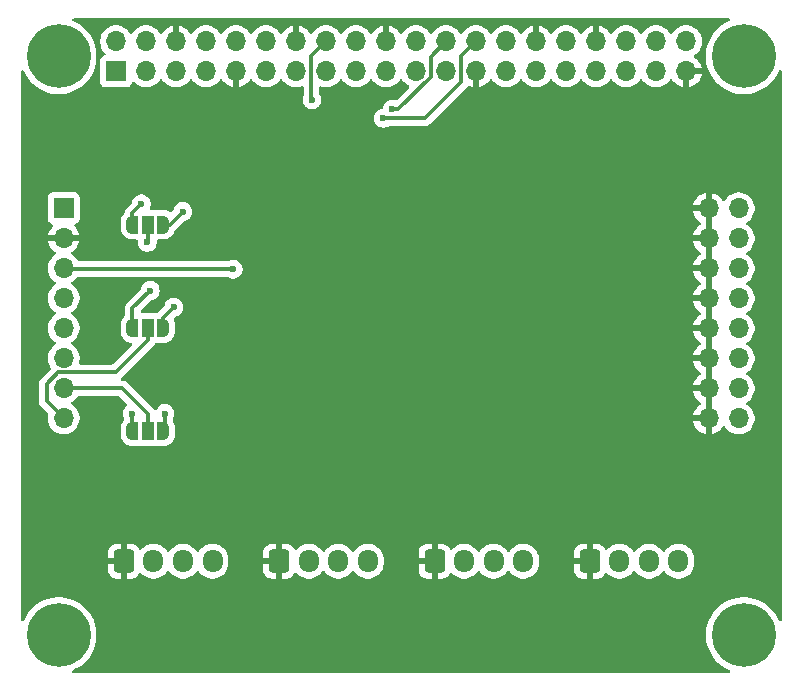
<source format=gbr>
%TF.GenerationSoftware,KiCad,Pcbnew,9.0.0*%
%TF.CreationDate,2025-04-05T00:09:13-04:00*%
%TF.ProjectId,KXR_pi_hat_v0.2,4b58525f-7069-45f6-9861-745f76302e32,rev?*%
%TF.SameCoordinates,Original*%
%TF.FileFunction,Copper,L2,Bot*%
%TF.FilePolarity,Positive*%
%FSLAX46Y46*%
G04 Gerber Fmt 4.6, Leading zero omitted, Abs format (unit mm)*
G04 Created by KiCad (PCBNEW 9.0.0) date 2025-04-05 00:09:13*
%MOMM*%
%LPD*%
G01*
G04 APERTURE LIST*
G04 Aperture macros list*
%AMRoundRect*
0 Rectangle with rounded corners*
0 $1 Rounding radius*
0 $2 $3 $4 $5 $6 $7 $8 $9 X,Y pos of 4 corners*
0 Add a 4 corners polygon primitive as box body*
4,1,4,$2,$3,$4,$5,$6,$7,$8,$9,$2,$3,0*
0 Add four circle primitives for the rounded corners*
1,1,$1+$1,$2,$3*
1,1,$1+$1,$4,$5*
1,1,$1+$1,$6,$7*
1,1,$1+$1,$8,$9*
0 Add four rect primitives between the rounded corners*
20,1,$1+$1,$2,$3,$4,$5,0*
20,1,$1+$1,$4,$5,$6,$7,0*
20,1,$1+$1,$6,$7,$8,$9,0*
20,1,$1+$1,$8,$9,$2,$3,0*%
%AMFreePoly0*
4,1,23,0.550000,-0.750000,0.000000,-0.750000,0.000000,-0.745722,-0.065263,-0.745722,-0.191342,-0.711940,-0.304381,-0.646677,-0.396677,-0.554381,-0.461940,-0.441342,-0.495722,-0.315263,-0.495722,-0.250000,-0.500000,-0.250000,-0.500000,0.250000,-0.495722,0.250000,-0.495722,0.315263,-0.461940,0.441342,-0.396677,0.554381,-0.304381,0.646677,-0.191342,0.711940,-0.065263,0.745722,0.000000,0.745722,
0.000000,0.750000,0.550000,0.750000,0.550000,-0.750000,0.550000,-0.750000,$1*%
%AMFreePoly1*
4,1,23,0.000000,0.745722,0.065263,0.745722,0.191342,0.711940,0.304381,0.646677,0.396677,0.554381,0.461940,0.441342,0.495722,0.315263,0.495722,0.250000,0.500000,0.250000,0.500000,-0.250000,0.495722,-0.250000,0.495722,-0.315263,0.461940,-0.441342,0.396677,-0.554381,0.304381,-0.646677,0.191342,-0.711940,0.065263,-0.745722,0.000000,-0.745722,0.000000,-0.750000,-0.550000,-0.750000,
-0.550000,0.750000,0.000000,0.750000,0.000000,0.745722,0.000000,0.745722,$1*%
G04 Aperture macros list end*
%TA.AperFunction,ComponentPad*%
%ADD10C,5.400000*%
%TD*%
%TA.AperFunction,ComponentPad*%
%ADD11R,1.700000X1.700000*%
%TD*%
%TA.AperFunction,ComponentPad*%
%ADD12O,1.700000X1.700000*%
%TD*%
%TA.AperFunction,ComponentPad*%
%ADD13RoundRect,0.250000X-0.600000X-0.725000X0.600000X-0.725000X0.600000X0.725000X-0.600000X0.725000X0*%
%TD*%
%TA.AperFunction,ComponentPad*%
%ADD14O,1.700000X1.950000*%
%TD*%
%TA.AperFunction,SMDPad,CuDef*%
%ADD15FreePoly0,0.000000*%
%TD*%
%TA.AperFunction,SMDPad,CuDef*%
%ADD16R,1.000000X1.500000*%
%TD*%
%TA.AperFunction,SMDPad,CuDef*%
%ADD17FreePoly1,0.000000*%
%TD*%
%TA.AperFunction,ViaPad*%
%ADD18C,0.600000*%
%TD*%
%TA.AperFunction,Conductor*%
%ADD19C,0.300000*%
%TD*%
G04 APERTURE END LIST*
D10*
%TO.P,REF\u002A\u002A,1*%
%TO.N,N/C*%
X121500000Y-73500000D03*
%TD*%
D11*
%TO.P,ADS1256 Breakout,1,5V*%
%TO.N,+5V*%
X63925000Y-86365000D03*
D12*
%TO.P,ADS1256 Breakout,2,GND*%
%TO.N,GND*%
X63925000Y-88905000D03*
%TO.P,ADS1256 Breakout,3,SCLK*%
%TO.N,/SCLK*%
X63925000Y-91445000D03*
%TO.P,ADS1256 Breakout,4,DIN*%
%TO.N,/MOSI*%
X63925000Y-93985000D03*
%TO.P,ADS1256 Breakout,5,DOUT*%
%TO.N,/MISO*%
X63925000Y-96525000D03*
%TO.P,ADS1256 Breakout,6,DRDY*%
%TO.N,Net-(JP1-C)*%
X63925000Y-99065000D03*
%TO.P,ADS1256 Breakout,7,CS*%
%TO.N,Net-(JP2-C)*%
X63925000Y-101605000D03*
%TO.P,ADS1256 Breakout,8,PDWN*%
%TO.N,Net-(JP3-C)*%
X63925000Y-104145000D03*
%TO.P,ADS1256 Breakout,9,GND*%
%TO.N,GND*%
X118535000Y-86380000D03*
%TO.P,ADS1256 Breakout,10,AIN0*%
%TO.N,/LC1_S-*%
X121075000Y-86380000D03*
%TO.P,ADS1256 Breakout,11,GND*%
%TO.N,GND*%
X118535000Y-88920000D03*
%TO.P,ADS1256 Breakout,12,AIN1*%
%TO.N,/LC1_S+*%
X121075000Y-88920000D03*
%TO.P,ADS1256 Breakout,13,GND*%
%TO.N,GND*%
X118535000Y-91460000D03*
%TO.P,ADS1256 Breakout,14,AIN2*%
%TO.N,/LC2_S-*%
X121075000Y-91460000D03*
%TO.P,ADS1256 Breakout,15,GND*%
%TO.N,GND*%
X118535000Y-94000000D03*
%TO.P,ADS1256 Breakout,16,AIN3*%
%TO.N,/LC2_S+*%
X121075000Y-94000000D03*
%TO.P,ADS1256 Breakout,17,GND*%
%TO.N,GND*%
X118535000Y-96540000D03*
%TO.P,ADS1256 Breakout,18,AIN4*%
%TO.N,/LC3_S-*%
X121075000Y-96540000D03*
%TO.P,ADS1256 Breakout,19,GND*%
%TO.N,GND*%
X118535000Y-99080000D03*
%TO.P,ADS1256 Breakout,20,AIN5*%
%TO.N,/LC3_S+*%
X121075000Y-99080000D03*
%TO.P,ADS1256 Breakout,21,GND*%
%TO.N,GND*%
X118535000Y-101620000D03*
%TO.P,ADS1256 Breakout,22,AIN6*%
%TO.N,/LC4_S-*%
X121075000Y-101620000D03*
%TO.P,ADS1256 Breakout,23,GND*%
%TO.N,GND*%
X118535000Y-104160000D03*
%TO.P,ADS1256 Breakout,24,AIN7*%
%TO.N,/LC4_S+*%
X121075000Y-104160000D03*
%TD*%
D13*
%TO.P,J1,1,Pin_1*%
%TO.N,GND*%
X69025000Y-116250000D03*
D14*
%TO.P,J1,2,Pin_2*%
%TO.N,/LC1_S-*%
X71525000Y-116250000D03*
%TO.P,J1,3,Pin_3*%
%TO.N,/LC1_S+*%
X74025000Y-116250000D03*
%TO.P,J1,4,Pin_4*%
%TO.N,+5V*%
X76525000Y-116250000D03*
%TD*%
D10*
%TO.P,REF\u002A\u002A,1*%
%TO.N,N/C*%
X63500000Y-73500000D03*
%TD*%
D13*
%TO.P,J4,1,Pin_1*%
%TO.N,GND*%
X108475000Y-116250000D03*
D14*
%TO.P,J4,2,Pin_2*%
%TO.N,/LC4_S-*%
X110975000Y-116250000D03*
%TO.P,J4,3,Pin_3*%
%TO.N,/LC4_S+*%
X113475000Y-116250000D03*
%TO.P,J4,4,Pin_4*%
%TO.N,+5V*%
X115975000Y-116250000D03*
%TD*%
D10*
%TO.P,REF\u002A\u002A,1*%
%TO.N,N/C*%
X63500000Y-122500000D03*
%TD*%
%TO.P,REF\u002A\u002A,1*%
%TO.N,N/C*%
X121500000Y-122500000D03*
%TD*%
D13*
%TO.P,J2,1,Pin_1*%
%TO.N,GND*%
X82175000Y-116250000D03*
D14*
%TO.P,J2,2,Pin_2*%
%TO.N,/LC2_S-*%
X84675000Y-116250000D03*
%TO.P,J2,3,Pin_3*%
%TO.N,/LC2_S+*%
X87175000Y-116250000D03*
%TO.P,J2,4,Pin_4*%
%TO.N,+5V*%
X89675000Y-116250000D03*
%TD*%
D13*
%TO.P,J3,1,Pin_1*%
%TO.N,GND*%
X95325000Y-116250000D03*
D14*
%TO.P,J3,2,Pin_2*%
%TO.N,/LC3_S-*%
X97825000Y-116250000D03*
%TO.P,J3,3,Pin_3*%
%TO.N,/LC3_S+*%
X100325000Y-116250000D03*
%TO.P,J3,4,Pin_4*%
%TO.N,+5V*%
X102825000Y-116250000D03*
%TD*%
D15*
%TO.P,PDWN,1,A*%
%TO.N,/PDWN_1*%
X69750000Y-96500000D03*
D16*
%TO.P,PDWN,2,C*%
%TO.N,Net-(JP3-C)*%
X71050000Y-96500000D03*
D17*
%TO.P,PDWN,3,B*%
%TO.N,/PDWN_2*%
X72350000Y-96500000D03*
%TD*%
D15*
%TO.P,DRDY,1,A*%
%TO.N,/DRDY_1*%
X69750000Y-87750000D03*
D16*
%TO.P,DRDY,2,C*%
%TO.N,Net-(JP1-C)*%
X71050000Y-87750000D03*
D17*
%TO.P,DRDY,3,B*%
%TO.N,/DRDY_2*%
X72350000Y-87750000D03*
%TD*%
D15*
%TO.P,CS,1,A*%
%TO.N,/CS_1*%
X69750000Y-105250000D03*
D16*
%TO.P,CS,2,C*%
%TO.N,Net-(JP2-C)*%
X71050000Y-105250000D03*
D17*
%TO.P,CS,3,B*%
%TO.N,/CS_2*%
X72350000Y-105250000D03*
%TD*%
D11*
%TO.P,U1,1,3V3*%
%TO.N,unconnected-(U1-3V3-Pad1)_1*%
X68365000Y-74770000D03*
D12*
%TO.P,U1,2,5V*%
%TO.N,+5V*%
X68365000Y-72230000D03*
%TO.P,U1,3,SDA/GPIO2*%
%TO.N,unconnected-(U1-SDA{slash}GPIO2-Pad3)*%
X70905000Y-74770000D03*
%TO.P,U1,4,5V*%
%TO.N,+5V*%
X70905000Y-72230000D03*
%TO.P,U1,5,SCL/GPIO3*%
%TO.N,unconnected-(U1-SCL{slash}GPIO3-Pad5)*%
X73445000Y-74770000D03*
%TO.P,U1,6,GND*%
%TO.N,GND*%
X73445000Y-72230000D03*
%TO.P,U1,7,GCLK0/GPIO4*%
%TO.N,unconnected-(U1-GCLK0{slash}GPIO4-Pad7)*%
X75985000Y-74770000D03*
%TO.P,U1,8,GPIO14/TXD*%
%TO.N,unconnected-(U1-GPIO14{slash}TXD-Pad8)*%
X75985000Y-72230000D03*
%TO.P,U1,9,GND*%
%TO.N,GND*%
X78525000Y-74770000D03*
%TO.P,U1,10,GPIO15/RXD*%
%TO.N,unconnected-(U1-GPIO15{slash}RXD-Pad10)*%
X78525000Y-72230000D03*
%TO.P,U1,11,GPIO17*%
%TO.N,unconnected-(U1-GPIO17-Pad11)*%
X81065000Y-74770000D03*
%TO.P,U1,12,GPIO18/PWM0*%
%TO.N,unconnected-(U1-GPIO18{slash}PWM0-Pad12)*%
X81065000Y-72230000D03*
%TO.P,U1,13,GPIO27*%
%TO.N,unconnected-(U1-GPIO27-Pad13)*%
X83605000Y-74770000D03*
%TO.P,U1,14,GND*%
%TO.N,GND*%
X83605000Y-72230000D03*
%TO.P,U1,15,GPIO22*%
%TO.N,/DRDY_1*%
X86145000Y-74770000D03*
%TO.P,U1,16,GPIO23*%
%TO.N,/DRDY_2*%
X86145000Y-72230000D03*
%TO.P,U1,17,3V3*%
%TO.N,unconnected-(U1-3V3-Pad1)*%
X88685000Y-74770000D03*
%TO.P,U1,18,GPIO24*%
%TO.N,/PDWN_1*%
X88685000Y-72230000D03*
%TO.P,U1,19,MOSI0/GPIO10*%
%TO.N,/MOSI*%
X91225000Y-74770000D03*
%TO.P,U1,20,GND*%
%TO.N,GND*%
X91225000Y-72230000D03*
%TO.P,U1,21,MISO0/GPIO9*%
%TO.N,/MISO*%
X93765000Y-74770000D03*
%TO.P,U1,22,GPIO25*%
%TO.N,/PDWN_2*%
X93765000Y-72230000D03*
%TO.P,U1,23,SCLK0/GPIO11*%
%TO.N,/SCLK*%
X96305000Y-74770000D03*
%TO.P,U1,24,~{CE0}/GPIO8*%
%TO.N,/CS_1*%
X96305000Y-72230000D03*
%TO.P,U1,25,GND*%
%TO.N,GND*%
X98845000Y-74770000D03*
%TO.P,U1,26,~{CE1}/GPIO7*%
%TO.N,/CS_2*%
X98845000Y-72230000D03*
%TO.P,U1,27,ID_SD/GPIO0*%
%TO.N,unconnected-(U1-ID_SD{slash}GPIO0-Pad27)*%
X101385000Y-74770000D03*
%TO.P,U1,28,ID_SC/GPIO1*%
%TO.N,unconnected-(U1-ID_SC{slash}GPIO1-Pad28)*%
X101385000Y-72230000D03*
%TO.P,U1,29,GCLK1/GPIO5*%
%TO.N,/R1*%
X103925000Y-74770000D03*
%TO.P,U1,30,GND*%
%TO.N,GND*%
X103925000Y-72230000D03*
%TO.P,U1,31,GCLK2/GPIO6*%
%TO.N,/R2*%
X106465000Y-74770000D03*
%TO.P,U1,32,PWM0/GPIO12*%
%TO.N,/LED*%
X106465000Y-72230000D03*
%TO.P,U1,33,PWM1/GPIO13*%
%TO.N,/R3*%
X109005000Y-74770000D03*
%TO.P,U1,34,GND*%
%TO.N,GND*%
X109005000Y-72230000D03*
%TO.P,U1,35,GPIO19/MISO1*%
%TO.N,/R5*%
X111545000Y-74770000D03*
%TO.P,U1,36,GPIO16*%
%TO.N,/R4*%
X111545000Y-72230000D03*
%TO.P,U1,37,GPIO26*%
%TO.N,/R8*%
X114085000Y-74770000D03*
%TO.P,U1,38,GPIO20/MOSI1*%
%TO.N,/R6*%
X114085000Y-72230000D03*
%TO.P,U1,39,GND*%
%TO.N,GND*%
X116625000Y-74770000D03*
%TO.P,U1,40,GPIO21/SCLK1*%
%TO.N,/R7*%
X116625000Y-72230000D03*
%TD*%
D18*
%TO.N,GND*%
X82000000Y-102000000D03*
X74250000Y-109250000D03*
X87500000Y-109250000D03*
X112750000Y-97000000D03*
X85250000Y-87750000D03*
X65000000Y-109250000D03*
X67000000Y-97500000D03*
X91500000Y-81250000D03*
X96500000Y-87750000D03*
X103000000Y-81250000D03*
X106900000Y-103700000D03*
X102750000Y-94750000D03*
X112750000Y-92500000D03*
X88700000Y-96000000D03*
X95000000Y-102000000D03*
X109750000Y-87750000D03*
X77000000Y-81250000D03*
X75500000Y-101000000D03*
X73000000Y-84250000D03*
X121500000Y-116500000D03*
X82250000Y-122250000D03*
X65000000Y-81250000D03*
X100250000Y-109250000D03*
X102750000Y-122250000D03*
X116500000Y-81250000D03*
X69250000Y-81250000D03*
X113500000Y-109250000D03*
X78250000Y-94750000D03*
X63500000Y-117000000D03*
%TO.N,/CS_1*%
X69750000Y-103750000D03*
X91750000Y-78000000D03*
%TO.N,Net-(JP1-C)*%
X71000000Y-89250000D03*
%TO.N,/SCLK*%
X78272541Y-91522541D03*
%TO.N,/DRDY_1*%
X70500000Y-86000000D03*
%TO.N,/DRDY_2*%
X74000000Y-86650000D03*
X84949000Y-77199000D03*
%TO.N,/PDWN_2*%
X73250000Y-94750000D03*
%TO.N,/CS_2*%
X91000000Y-78758949D03*
X72500000Y-103750000D03*
%TO.N,/PDWN_1*%
X71250000Y-93335000D03*
%TD*%
D19*
%TO.N,/CS_1*%
X95000000Y-75250000D02*
X95000000Y-73540000D01*
X91750000Y-78000000D02*
X92250000Y-78000000D01*
X95000000Y-73540000D02*
X96310000Y-72230000D01*
X92250000Y-78000000D02*
X95000000Y-75250000D01*
X69750000Y-103750000D02*
X69750000Y-105250000D01*
%TO.N,Net-(JP1-C)*%
X71050000Y-87750000D02*
X71050000Y-89200000D01*
X71050000Y-89200000D02*
X71000000Y-89250000D01*
%TO.N,/SCLK*%
X63345000Y-91500000D02*
X63290000Y-91445000D01*
X78272541Y-91522541D02*
X78250000Y-91500000D01*
X78250000Y-91500000D02*
X63345000Y-91500000D01*
%TO.N,/DRDY_1*%
X69750000Y-86750000D02*
X70500000Y-86000000D01*
X69750000Y-87750000D02*
X69750000Y-86750000D01*
%TO.N,/DRDY_2*%
X84949000Y-77199000D02*
X84900000Y-77150000D01*
X84900000Y-73480000D02*
X86150000Y-72230000D01*
X84900000Y-77150000D02*
X84900000Y-73480000D01*
X72900000Y-87750000D02*
X74000000Y-86650000D01*
X72350000Y-87750000D02*
X72900000Y-87750000D01*
%TO.N,Net-(JP2-C)*%
X71050000Y-105250000D02*
X71050000Y-103800000D01*
X68855000Y-101605000D02*
X63925000Y-101605000D01*
X71050000Y-103800000D02*
X68855000Y-101605000D01*
%TO.N,Net-(JP3-C)*%
X62500000Y-101250000D02*
X62500000Y-102720000D01*
X68350000Y-100250000D02*
X64750000Y-100250000D01*
X62500000Y-102720000D02*
X63925000Y-104145000D01*
X71050000Y-96500000D02*
X71050000Y-97550000D01*
X63484000Y-100266000D02*
X62500000Y-101250000D01*
X64734000Y-100266000D02*
X63484000Y-100266000D01*
X71050000Y-97550000D02*
X68350000Y-100250000D01*
X64750000Y-100250000D02*
X64734000Y-100266000D01*
%TO.N,/PDWN_2*%
X72350000Y-95650000D02*
X73250000Y-94750000D01*
X72350000Y-96500000D02*
X72350000Y-95650000D01*
%TO.N,/CS_2*%
X97600000Y-75650000D02*
X97600000Y-73480000D01*
X91000000Y-78758949D02*
X94491051Y-78758949D01*
X97600000Y-73480000D02*
X98850000Y-72230000D01*
X94491051Y-78758949D02*
X97600000Y-75650000D01*
X72350000Y-105250000D02*
X72500000Y-105100000D01*
X72500000Y-105100000D02*
X72500000Y-103750000D01*
%TO.N,/PDWN_1*%
X69750000Y-94835000D02*
X71250000Y-93335000D01*
X69750000Y-96500000D02*
X69750000Y-94835000D01*
%TD*%
%TA.AperFunction,Conductor*%
%TO.N,GND*%
G36*
X118785000Y-103726988D02*
G01*
X118727993Y-103694075D01*
X118600826Y-103660000D01*
X118469174Y-103660000D01*
X118342007Y-103694075D01*
X118285000Y-103726988D01*
X118285000Y-102053012D01*
X118342007Y-102085925D01*
X118469174Y-102120000D01*
X118600826Y-102120000D01*
X118727993Y-102085925D01*
X118785000Y-102053012D01*
X118785000Y-103726988D01*
G37*
%TD.AperFunction*%
%TA.AperFunction,Conductor*%
G36*
X118785000Y-101186988D02*
G01*
X118727993Y-101154075D01*
X118600826Y-101120000D01*
X118469174Y-101120000D01*
X118342007Y-101154075D01*
X118285000Y-101186988D01*
X118285000Y-99513012D01*
X118342007Y-99545925D01*
X118469174Y-99580000D01*
X118600826Y-99580000D01*
X118727993Y-99545925D01*
X118785000Y-99513012D01*
X118785000Y-101186988D01*
G37*
%TD.AperFunction*%
%TA.AperFunction,Conductor*%
G36*
X118785000Y-98646988D02*
G01*
X118727993Y-98614075D01*
X118600826Y-98580000D01*
X118469174Y-98580000D01*
X118342007Y-98614075D01*
X118285000Y-98646988D01*
X118285000Y-96973012D01*
X118342007Y-97005925D01*
X118469174Y-97040000D01*
X118600826Y-97040000D01*
X118727993Y-97005925D01*
X118785000Y-96973012D01*
X118785000Y-98646988D01*
G37*
%TD.AperFunction*%
%TA.AperFunction,Conductor*%
G36*
X118785000Y-96106988D02*
G01*
X118727993Y-96074075D01*
X118600826Y-96040000D01*
X118469174Y-96040000D01*
X118342007Y-96074075D01*
X118285000Y-96106988D01*
X118285000Y-94433012D01*
X118342007Y-94465925D01*
X118469174Y-94500000D01*
X118600826Y-94500000D01*
X118727993Y-94465925D01*
X118785000Y-94433012D01*
X118785000Y-96106988D01*
G37*
%TD.AperFunction*%
%TA.AperFunction,Conductor*%
G36*
X118785000Y-93566988D02*
G01*
X118727993Y-93534075D01*
X118600826Y-93500000D01*
X118469174Y-93500000D01*
X118342007Y-93534075D01*
X118285000Y-93566988D01*
X118285000Y-91893012D01*
X118342007Y-91925925D01*
X118469174Y-91960000D01*
X118600826Y-91960000D01*
X118727993Y-91925925D01*
X118785000Y-91893012D01*
X118785000Y-93566988D01*
G37*
%TD.AperFunction*%
%TA.AperFunction,Conductor*%
G36*
X118785000Y-91026988D02*
G01*
X118727993Y-90994075D01*
X118600826Y-90960000D01*
X118469174Y-90960000D01*
X118342007Y-90994075D01*
X118285000Y-91026988D01*
X118285000Y-89353012D01*
X118342007Y-89385925D01*
X118469174Y-89420000D01*
X118600826Y-89420000D01*
X118727993Y-89385925D01*
X118785000Y-89353012D01*
X118785000Y-91026988D01*
G37*
%TD.AperFunction*%
%TA.AperFunction,Conductor*%
G36*
X118785000Y-88486988D02*
G01*
X118727993Y-88454075D01*
X118600826Y-88420000D01*
X118469174Y-88420000D01*
X118342007Y-88454075D01*
X118285000Y-88486988D01*
X118285000Y-86813012D01*
X118342007Y-86845925D01*
X118469174Y-86880000D01*
X118600826Y-86880000D01*
X118727993Y-86845925D01*
X118785000Y-86813012D01*
X118785000Y-88486988D01*
G37*
%TD.AperFunction*%
%TA.AperFunction,Conductor*%
G36*
X120291437Y-70320185D02*
G01*
X120337192Y-70372989D01*
X120347136Y-70442147D01*
X120318111Y-70505703D01*
X120275998Y-70536064D01*
X120276427Y-70536954D01*
X119949420Y-70694432D01*
X119645045Y-70885684D01*
X119363997Y-71109811D01*
X119109811Y-71363997D01*
X118885684Y-71645045D01*
X118694432Y-71949420D01*
X118538465Y-72273288D01*
X118419741Y-72612580D01*
X118419737Y-72612592D01*
X118339748Y-72963048D01*
X118339746Y-72963064D01*
X118299500Y-73320259D01*
X118299500Y-73679740D01*
X118339746Y-74036935D01*
X118339748Y-74036951D01*
X118419737Y-74387407D01*
X118419741Y-74387419D01*
X118538465Y-74726711D01*
X118694432Y-75050579D01*
X118694434Y-75050582D01*
X118885685Y-75354956D01*
X119109812Y-75636003D01*
X119363997Y-75890188D01*
X119645044Y-76114315D01*
X119949418Y-76305566D01*
X120273292Y-76461536D01*
X120528119Y-76550703D01*
X120612580Y-76580258D01*
X120612592Y-76580262D01*
X120963052Y-76660252D01*
X121320260Y-76700499D01*
X121320261Y-76700500D01*
X121320264Y-76700500D01*
X121679739Y-76700500D01*
X121679739Y-76700499D01*
X122036948Y-76660252D01*
X122387408Y-76580262D01*
X122726708Y-76461536D01*
X123050582Y-76305566D01*
X123354956Y-76114315D01*
X123636003Y-75890188D01*
X123890188Y-75636003D01*
X124114315Y-75354956D01*
X124305566Y-75050582D01*
X124461536Y-74726708D01*
X124463046Y-74723573D01*
X124464190Y-74724123D01*
X124504760Y-74673759D01*
X124571050Y-74651682D01*
X124638753Y-74668948D01*
X124686373Y-74720076D01*
X124699500Y-74775602D01*
X124699500Y-121224397D01*
X124679815Y-121291436D01*
X124627011Y-121337191D01*
X124557853Y-121347135D01*
X124494297Y-121318110D01*
X124463931Y-121276000D01*
X124463046Y-121276427D01*
X124305567Y-120949420D01*
X124305566Y-120949418D01*
X124114315Y-120645044D01*
X123890188Y-120363997D01*
X123636003Y-120109812D01*
X123354956Y-119885685D01*
X123050582Y-119694434D01*
X123050579Y-119694432D01*
X122726711Y-119538465D01*
X122387419Y-119419741D01*
X122387407Y-119419737D01*
X122036951Y-119339748D01*
X122036935Y-119339746D01*
X121679740Y-119299500D01*
X121679736Y-119299500D01*
X121320264Y-119299500D01*
X121320259Y-119299500D01*
X120963064Y-119339746D01*
X120963048Y-119339748D01*
X120612592Y-119419737D01*
X120612580Y-119419741D01*
X120273288Y-119538465D01*
X119949420Y-119694432D01*
X119645045Y-119885684D01*
X119363997Y-120109811D01*
X119109811Y-120363997D01*
X118885684Y-120645045D01*
X118694432Y-120949420D01*
X118538465Y-121273288D01*
X118419741Y-121612580D01*
X118419737Y-121612592D01*
X118339748Y-121963048D01*
X118339746Y-121963064D01*
X118299500Y-122320259D01*
X118299500Y-122679740D01*
X118339746Y-123036935D01*
X118339748Y-123036951D01*
X118419737Y-123387407D01*
X118419741Y-123387419D01*
X118538465Y-123726711D01*
X118694432Y-124050579D01*
X118694434Y-124050582D01*
X118885685Y-124354956D01*
X119109812Y-124636003D01*
X119363997Y-124890188D01*
X119645044Y-125114315D01*
X119949418Y-125305566D01*
X119949420Y-125305567D01*
X120276427Y-125463046D01*
X120275876Y-125464190D01*
X120326241Y-125504760D01*
X120348318Y-125571050D01*
X120331052Y-125638753D01*
X120279924Y-125686373D01*
X120224398Y-125699500D01*
X64775602Y-125699500D01*
X64708563Y-125679815D01*
X64662808Y-125627011D01*
X64652864Y-125557853D01*
X64681889Y-125494297D01*
X64724001Y-125463935D01*
X64723573Y-125463046D01*
X64985292Y-125337008D01*
X65050582Y-125305566D01*
X65354956Y-125114315D01*
X65636003Y-124890188D01*
X65890188Y-124636003D01*
X66114315Y-124354956D01*
X66305566Y-124050582D01*
X66461536Y-123726708D01*
X66580262Y-123387408D01*
X66660252Y-123036948D01*
X66700500Y-122679736D01*
X66700500Y-122320264D01*
X66660252Y-121963052D01*
X66580262Y-121612592D01*
X66461536Y-121273292D01*
X66305566Y-120949418D01*
X66114315Y-120645044D01*
X65890188Y-120363997D01*
X65636003Y-120109812D01*
X65354956Y-119885685D01*
X65050582Y-119694434D01*
X65050579Y-119694432D01*
X64726711Y-119538465D01*
X64387419Y-119419741D01*
X64387407Y-119419737D01*
X64036951Y-119339748D01*
X64036935Y-119339746D01*
X63679740Y-119299500D01*
X63679736Y-119299500D01*
X63320264Y-119299500D01*
X63320259Y-119299500D01*
X62963064Y-119339746D01*
X62963048Y-119339748D01*
X62612592Y-119419737D01*
X62612580Y-119419741D01*
X62273288Y-119538465D01*
X61949420Y-119694432D01*
X61645045Y-119885684D01*
X61363997Y-120109811D01*
X61109811Y-120363997D01*
X60885684Y-120645045D01*
X60694432Y-120949420D01*
X60536954Y-121276427D01*
X60535814Y-121275878D01*
X60495219Y-121326254D01*
X60428925Y-121348318D01*
X60361226Y-121331038D01*
X60313616Y-121279901D01*
X60300500Y-121224397D01*
X60300500Y-115475013D01*
X67675000Y-115475013D01*
X67675000Y-116000000D01*
X68620854Y-116000000D01*
X68582370Y-116066657D01*
X68550000Y-116187465D01*
X68550000Y-116312535D01*
X68582370Y-116433343D01*
X68620854Y-116500000D01*
X67675001Y-116500000D01*
X67675001Y-117024986D01*
X67685494Y-117127697D01*
X67740641Y-117294119D01*
X67740643Y-117294124D01*
X67832684Y-117443345D01*
X67956654Y-117567315D01*
X68105875Y-117659356D01*
X68105880Y-117659358D01*
X68272302Y-117714505D01*
X68272309Y-117714506D01*
X68375019Y-117724999D01*
X68774999Y-117724999D01*
X68775000Y-117724998D01*
X68775000Y-116654145D01*
X68841657Y-116692630D01*
X68962465Y-116725000D01*
X69087535Y-116725000D01*
X69208343Y-116692630D01*
X69275000Y-116654145D01*
X69275000Y-117724999D01*
X69674972Y-117724999D01*
X69674986Y-117724998D01*
X69777697Y-117714505D01*
X69944119Y-117659358D01*
X69944124Y-117659356D01*
X70093345Y-117567315D01*
X70217317Y-117443343D01*
X70312815Y-117288516D01*
X70364763Y-117241791D01*
X70433725Y-117230568D01*
X70497808Y-117258412D01*
X70506035Y-117265931D01*
X70645213Y-117405109D01*
X70817179Y-117530048D01*
X70817181Y-117530049D01*
X70817184Y-117530051D01*
X71006588Y-117626557D01*
X71208757Y-117692246D01*
X71418713Y-117725500D01*
X71418714Y-117725500D01*
X71631286Y-117725500D01*
X71631287Y-117725500D01*
X71841243Y-117692246D01*
X72043412Y-117626557D01*
X72232816Y-117530051D01*
X72254789Y-117514086D01*
X72404786Y-117405109D01*
X72404788Y-117405106D01*
X72404792Y-117405104D01*
X72555104Y-117254792D01*
X72674683Y-117090204D01*
X72730011Y-117047540D01*
X72799624Y-117041561D01*
X72861420Y-117074166D01*
X72875313Y-117090199D01*
X72902557Y-117127697D01*
X72994896Y-117254792D01*
X73145213Y-117405109D01*
X73317179Y-117530048D01*
X73317181Y-117530049D01*
X73317184Y-117530051D01*
X73506588Y-117626557D01*
X73708757Y-117692246D01*
X73918713Y-117725500D01*
X73918714Y-117725500D01*
X74131286Y-117725500D01*
X74131287Y-117725500D01*
X74341243Y-117692246D01*
X74543412Y-117626557D01*
X74732816Y-117530051D01*
X74754789Y-117514086D01*
X74904786Y-117405109D01*
X74904788Y-117405106D01*
X74904792Y-117405104D01*
X75055104Y-117254792D01*
X75174683Y-117090204D01*
X75230011Y-117047540D01*
X75299624Y-117041561D01*
X75361420Y-117074166D01*
X75375313Y-117090199D01*
X75402557Y-117127697D01*
X75494896Y-117254792D01*
X75645213Y-117405109D01*
X75817179Y-117530048D01*
X75817181Y-117530049D01*
X75817184Y-117530051D01*
X76006588Y-117626557D01*
X76208757Y-117692246D01*
X76418713Y-117725500D01*
X76418714Y-117725500D01*
X76631286Y-117725500D01*
X76631287Y-117725500D01*
X76841243Y-117692246D01*
X77043412Y-117626557D01*
X77232816Y-117530051D01*
X77254789Y-117514086D01*
X77404786Y-117405109D01*
X77404788Y-117405106D01*
X77404792Y-117405104D01*
X77555104Y-117254792D01*
X77555106Y-117254788D01*
X77555109Y-117254786D01*
X77680048Y-117082820D01*
X77680047Y-117082820D01*
X77680051Y-117082816D01*
X77776557Y-116893412D01*
X77842246Y-116691243D01*
X77875500Y-116481287D01*
X77875500Y-116018713D01*
X77842246Y-115808757D01*
X77776557Y-115606588D01*
X77775000Y-115603532D01*
X77736597Y-115528160D01*
X77736596Y-115528159D01*
X77709516Y-115475013D01*
X80825000Y-115475013D01*
X80825000Y-116000000D01*
X81770854Y-116000000D01*
X81732370Y-116066657D01*
X81700000Y-116187465D01*
X81700000Y-116312535D01*
X81732370Y-116433343D01*
X81770854Y-116500000D01*
X80825001Y-116500000D01*
X80825001Y-117024986D01*
X80835494Y-117127697D01*
X80890641Y-117294119D01*
X80890643Y-117294124D01*
X80982684Y-117443345D01*
X81106654Y-117567315D01*
X81255875Y-117659356D01*
X81255880Y-117659358D01*
X81422302Y-117714505D01*
X81422309Y-117714506D01*
X81525019Y-117724999D01*
X81924999Y-117724999D01*
X81925000Y-117724998D01*
X81925000Y-116654145D01*
X81991657Y-116692630D01*
X82112465Y-116725000D01*
X82237535Y-116725000D01*
X82358343Y-116692630D01*
X82425000Y-116654145D01*
X82425000Y-117724999D01*
X82824972Y-117724999D01*
X82824986Y-117724998D01*
X82927697Y-117714505D01*
X83094119Y-117659358D01*
X83094124Y-117659356D01*
X83243345Y-117567315D01*
X83367317Y-117443343D01*
X83462815Y-117288516D01*
X83514763Y-117241791D01*
X83583725Y-117230568D01*
X83647808Y-117258412D01*
X83656035Y-117265931D01*
X83795213Y-117405109D01*
X83967179Y-117530048D01*
X83967181Y-117530049D01*
X83967184Y-117530051D01*
X84156588Y-117626557D01*
X84358757Y-117692246D01*
X84568713Y-117725500D01*
X84568714Y-117725500D01*
X84781286Y-117725500D01*
X84781287Y-117725500D01*
X84991243Y-117692246D01*
X85193412Y-117626557D01*
X85382816Y-117530051D01*
X85404789Y-117514086D01*
X85554786Y-117405109D01*
X85554788Y-117405106D01*
X85554792Y-117405104D01*
X85705104Y-117254792D01*
X85824683Y-117090204D01*
X85880011Y-117047540D01*
X85949624Y-117041561D01*
X86011420Y-117074166D01*
X86025313Y-117090199D01*
X86052557Y-117127697D01*
X86144896Y-117254792D01*
X86295213Y-117405109D01*
X86467179Y-117530048D01*
X86467181Y-117530049D01*
X86467184Y-117530051D01*
X86656588Y-117626557D01*
X86858757Y-117692246D01*
X87068713Y-117725500D01*
X87068714Y-117725500D01*
X87281286Y-117725500D01*
X87281287Y-117725500D01*
X87491243Y-117692246D01*
X87693412Y-117626557D01*
X87882816Y-117530051D01*
X87904789Y-117514086D01*
X88054786Y-117405109D01*
X88054788Y-117405106D01*
X88054792Y-117405104D01*
X88205104Y-117254792D01*
X88324683Y-117090204D01*
X88380011Y-117047540D01*
X88449624Y-117041561D01*
X88511420Y-117074166D01*
X88525313Y-117090199D01*
X88552557Y-117127697D01*
X88644896Y-117254792D01*
X88795213Y-117405109D01*
X88967179Y-117530048D01*
X88967181Y-117530049D01*
X88967184Y-117530051D01*
X89156588Y-117626557D01*
X89358757Y-117692246D01*
X89568713Y-117725500D01*
X89568714Y-117725500D01*
X89781286Y-117725500D01*
X89781287Y-117725500D01*
X89991243Y-117692246D01*
X90193412Y-117626557D01*
X90382816Y-117530051D01*
X90404789Y-117514086D01*
X90554786Y-117405109D01*
X90554788Y-117405106D01*
X90554792Y-117405104D01*
X90705104Y-117254792D01*
X90705106Y-117254788D01*
X90705109Y-117254786D01*
X90830048Y-117082820D01*
X90830047Y-117082820D01*
X90830051Y-117082816D01*
X90926557Y-116893412D01*
X90992246Y-116691243D01*
X91025500Y-116481287D01*
X91025500Y-116018713D01*
X90992246Y-115808757D01*
X90926557Y-115606588D01*
X90925000Y-115603532D01*
X90886597Y-115528160D01*
X90886596Y-115528159D01*
X90859516Y-115475013D01*
X93975000Y-115475013D01*
X93975000Y-116000000D01*
X94920854Y-116000000D01*
X94882370Y-116066657D01*
X94850000Y-116187465D01*
X94850000Y-116312535D01*
X94882370Y-116433343D01*
X94920854Y-116500000D01*
X93975001Y-116500000D01*
X93975001Y-117024986D01*
X93985494Y-117127697D01*
X94040641Y-117294119D01*
X94040643Y-117294124D01*
X94132684Y-117443345D01*
X94256654Y-117567315D01*
X94405875Y-117659356D01*
X94405880Y-117659358D01*
X94572302Y-117714505D01*
X94572309Y-117714506D01*
X94675019Y-117724999D01*
X95074999Y-117724999D01*
X95075000Y-117724998D01*
X95075000Y-116654145D01*
X95141657Y-116692630D01*
X95262465Y-116725000D01*
X95387535Y-116725000D01*
X95508343Y-116692630D01*
X95575000Y-116654145D01*
X95575000Y-117724999D01*
X95974972Y-117724999D01*
X95974986Y-117724998D01*
X96077697Y-117714505D01*
X96244119Y-117659358D01*
X96244124Y-117659356D01*
X96393345Y-117567315D01*
X96517317Y-117443343D01*
X96612815Y-117288516D01*
X96664763Y-117241791D01*
X96733725Y-117230568D01*
X96797808Y-117258412D01*
X96806035Y-117265931D01*
X96945213Y-117405109D01*
X97117179Y-117530048D01*
X97117181Y-117530049D01*
X97117184Y-117530051D01*
X97306588Y-117626557D01*
X97508757Y-117692246D01*
X97718713Y-117725500D01*
X97718714Y-117725500D01*
X97931286Y-117725500D01*
X97931287Y-117725500D01*
X98141243Y-117692246D01*
X98343412Y-117626557D01*
X98532816Y-117530051D01*
X98554789Y-117514086D01*
X98704786Y-117405109D01*
X98704788Y-117405106D01*
X98704792Y-117405104D01*
X98855104Y-117254792D01*
X98974683Y-117090204D01*
X99030011Y-117047540D01*
X99099624Y-117041561D01*
X99161420Y-117074166D01*
X99175313Y-117090199D01*
X99202557Y-117127697D01*
X99294896Y-117254792D01*
X99445213Y-117405109D01*
X99617179Y-117530048D01*
X99617181Y-117530049D01*
X99617184Y-117530051D01*
X99806588Y-117626557D01*
X100008757Y-117692246D01*
X100218713Y-117725500D01*
X100218714Y-117725500D01*
X100431286Y-117725500D01*
X100431287Y-117725500D01*
X100641243Y-117692246D01*
X100843412Y-117626557D01*
X101032816Y-117530051D01*
X101054789Y-117514086D01*
X101204786Y-117405109D01*
X101204788Y-117405106D01*
X101204792Y-117405104D01*
X101355104Y-117254792D01*
X101474683Y-117090204D01*
X101530011Y-117047540D01*
X101599624Y-117041561D01*
X101661420Y-117074166D01*
X101675313Y-117090199D01*
X101702557Y-117127697D01*
X101794896Y-117254792D01*
X101945213Y-117405109D01*
X102117179Y-117530048D01*
X102117181Y-117530049D01*
X102117184Y-117530051D01*
X102306588Y-117626557D01*
X102508757Y-117692246D01*
X102718713Y-117725500D01*
X102718714Y-117725500D01*
X102931286Y-117725500D01*
X102931287Y-117725500D01*
X103141243Y-117692246D01*
X103343412Y-117626557D01*
X103532816Y-117530051D01*
X103554789Y-117514086D01*
X103704786Y-117405109D01*
X103704788Y-117405106D01*
X103704792Y-117405104D01*
X103855104Y-117254792D01*
X103855106Y-117254788D01*
X103855109Y-117254786D01*
X103980048Y-117082820D01*
X103980047Y-117082820D01*
X103980051Y-117082816D01*
X104076557Y-116893412D01*
X104142246Y-116691243D01*
X104175500Y-116481287D01*
X104175500Y-116018713D01*
X104142246Y-115808757D01*
X104076557Y-115606588D01*
X104075000Y-115603532D01*
X104036597Y-115528160D01*
X104036596Y-115528159D01*
X104009516Y-115475013D01*
X107125000Y-115475013D01*
X107125000Y-116000000D01*
X108070854Y-116000000D01*
X108032370Y-116066657D01*
X108000000Y-116187465D01*
X108000000Y-116312535D01*
X108032370Y-116433343D01*
X108070854Y-116500000D01*
X107125001Y-116500000D01*
X107125001Y-117024986D01*
X107135494Y-117127697D01*
X107190641Y-117294119D01*
X107190643Y-117294124D01*
X107282684Y-117443345D01*
X107406654Y-117567315D01*
X107555875Y-117659356D01*
X107555880Y-117659358D01*
X107722302Y-117714505D01*
X107722309Y-117714506D01*
X107825019Y-117724999D01*
X108224999Y-117724999D01*
X108225000Y-117724998D01*
X108225000Y-116654145D01*
X108291657Y-116692630D01*
X108412465Y-116725000D01*
X108537535Y-116725000D01*
X108658343Y-116692630D01*
X108725000Y-116654145D01*
X108725000Y-117724999D01*
X109124972Y-117724999D01*
X109124986Y-117724998D01*
X109227697Y-117714505D01*
X109394119Y-117659358D01*
X109394124Y-117659356D01*
X109543345Y-117567315D01*
X109667317Y-117443343D01*
X109762815Y-117288516D01*
X109814763Y-117241791D01*
X109883725Y-117230568D01*
X109947808Y-117258412D01*
X109956035Y-117265931D01*
X110095213Y-117405109D01*
X110267179Y-117530048D01*
X110267181Y-117530049D01*
X110267184Y-117530051D01*
X110456588Y-117626557D01*
X110658757Y-117692246D01*
X110868713Y-117725500D01*
X110868714Y-117725500D01*
X111081286Y-117725500D01*
X111081287Y-117725500D01*
X111291243Y-117692246D01*
X111493412Y-117626557D01*
X111682816Y-117530051D01*
X111704789Y-117514086D01*
X111854786Y-117405109D01*
X111854788Y-117405106D01*
X111854792Y-117405104D01*
X112005104Y-117254792D01*
X112124683Y-117090204D01*
X112180011Y-117047540D01*
X112249624Y-117041561D01*
X112311420Y-117074166D01*
X112325313Y-117090199D01*
X112352557Y-117127697D01*
X112444896Y-117254792D01*
X112595213Y-117405109D01*
X112767179Y-117530048D01*
X112767181Y-117530049D01*
X112767184Y-117530051D01*
X112956588Y-117626557D01*
X113158757Y-117692246D01*
X113368713Y-117725500D01*
X113368714Y-117725500D01*
X113581286Y-117725500D01*
X113581287Y-117725500D01*
X113791243Y-117692246D01*
X113993412Y-117626557D01*
X114182816Y-117530051D01*
X114204789Y-117514086D01*
X114354786Y-117405109D01*
X114354788Y-117405106D01*
X114354792Y-117405104D01*
X114505104Y-117254792D01*
X114624683Y-117090204D01*
X114680011Y-117047540D01*
X114749624Y-117041561D01*
X114811420Y-117074166D01*
X114825313Y-117090199D01*
X114852557Y-117127697D01*
X114944896Y-117254792D01*
X115095213Y-117405109D01*
X115267179Y-117530048D01*
X115267181Y-117530049D01*
X115267184Y-117530051D01*
X115456588Y-117626557D01*
X115658757Y-117692246D01*
X115868713Y-117725500D01*
X115868714Y-117725500D01*
X116081286Y-117725500D01*
X116081287Y-117725500D01*
X116291243Y-117692246D01*
X116493412Y-117626557D01*
X116682816Y-117530051D01*
X116704789Y-117514086D01*
X116854786Y-117405109D01*
X116854788Y-117405106D01*
X116854792Y-117405104D01*
X117005104Y-117254792D01*
X117005106Y-117254788D01*
X117005109Y-117254786D01*
X117130048Y-117082820D01*
X117130047Y-117082820D01*
X117130051Y-117082816D01*
X117226557Y-116893412D01*
X117292246Y-116691243D01*
X117325500Y-116481287D01*
X117325500Y-116018713D01*
X117292246Y-115808757D01*
X117226557Y-115606588D01*
X117130051Y-115417184D01*
X117130049Y-115417181D01*
X117130048Y-115417179D01*
X117005109Y-115245213D01*
X116854786Y-115094890D01*
X116682820Y-114969951D01*
X116493414Y-114873444D01*
X116493413Y-114873443D01*
X116493412Y-114873443D01*
X116291243Y-114807754D01*
X116291241Y-114807753D01*
X116291240Y-114807753D01*
X116129957Y-114782208D01*
X116081287Y-114774500D01*
X115868713Y-114774500D01*
X115820042Y-114782208D01*
X115658760Y-114807753D01*
X115456585Y-114873444D01*
X115267179Y-114969951D01*
X115095213Y-115094890D01*
X114944894Y-115245209D01*
X114944890Y-115245214D01*
X114825318Y-115409793D01*
X114769989Y-115452459D01*
X114700375Y-115458438D01*
X114638580Y-115425833D01*
X114624682Y-115409793D01*
X114505109Y-115245214D01*
X114505105Y-115245209D01*
X114354786Y-115094890D01*
X114182820Y-114969951D01*
X113993414Y-114873444D01*
X113993413Y-114873443D01*
X113993412Y-114873443D01*
X113791243Y-114807754D01*
X113791241Y-114807753D01*
X113791240Y-114807753D01*
X113629957Y-114782208D01*
X113581287Y-114774500D01*
X113368713Y-114774500D01*
X113320042Y-114782208D01*
X113158760Y-114807753D01*
X112956585Y-114873444D01*
X112767179Y-114969951D01*
X112595213Y-115094890D01*
X112444894Y-115245209D01*
X112444890Y-115245214D01*
X112325318Y-115409793D01*
X112269989Y-115452459D01*
X112200375Y-115458438D01*
X112138580Y-115425833D01*
X112124682Y-115409793D01*
X112005109Y-115245214D01*
X112005105Y-115245209D01*
X111854786Y-115094890D01*
X111682820Y-114969951D01*
X111493414Y-114873444D01*
X111493413Y-114873443D01*
X111493412Y-114873443D01*
X111291243Y-114807754D01*
X111291241Y-114807753D01*
X111291240Y-114807753D01*
X111129957Y-114782208D01*
X111081287Y-114774500D01*
X110868713Y-114774500D01*
X110820042Y-114782208D01*
X110658760Y-114807753D01*
X110456585Y-114873444D01*
X110267179Y-114969951D01*
X110095215Y-115094889D01*
X109956035Y-115234069D01*
X109894712Y-115267553D01*
X109825020Y-115262569D01*
X109769087Y-115220697D01*
X109762815Y-115211484D01*
X109667315Y-115056654D01*
X109543345Y-114932684D01*
X109394124Y-114840643D01*
X109394119Y-114840641D01*
X109227697Y-114785494D01*
X109227690Y-114785493D01*
X109124986Y-114775000D01*
X108725000Y-114775000D01*
X108725000Y-115845854D01*
X108658343Y-115807370D01*
X108537535Y-115775000D01*
X108412465Y-115775000D01*
X108291657Y-115807370D01*
X108225000Y-115845854D01*
X108225000Y-114775000D01*
X107825028Y-114775000D01*
X107825012Y-114775001D01*
X107722302Y-114785494D01*
X107555880Y-114840641D01*
X107555875Y-114840643D01*
X107406654Y-114932684D01*
X107282684Y-115056654D01*
X107190643Y-115205875D01*
X107190641Y-115205880D01*
X107135494Y-115372302D01*
X107135493Y-115372309D01*
X107125000Y-115475013D01*
X104009516Y-115475013D01*
X103998024Y-115452459D01*
X103980051Y-115417184D01*
X103947443Y-115372302D01*
X103855109Y-115245213D01*
X103704786Y-115094890D01*
X103532820Y-114969951D01*
X103343414Y-114873444D01*
X103343413Y-114873443D01*
X103343412Y-114873443D01*
X103141243Y-114807754D01*
X103141241Y-114807753D01*
X103141240Y-114807753D01*
X102979957Y-114782208D01*
X102931287Y-114774500D01*
X102718713Y-114774500D01*
X102670042Y-114782208D01*
X102508760Y-114807753D01*
X102306585Y-114873444D01*
X102117179Y-114969951D01*
X101945213Y-115094890D01*
X101794894Y-115245209D01*
X101794890Y-115245214D01*
X101675318Y-115409793D01*
X101619989Y-115452459D01*
X101550375Y-115458438D01*
X101488580Y-115425833D01*
X101474682Y-115409793D01*
X101355109Y-115245214D01*
X101355105Y-115245209D01*
X101204786Y-115094890D01*
X101032820Y-114969951D01*
X100843414Y-114873444D01*
X100843413Y-114873443D01*
X100843412Y-114873443D01*
X100641243Y-114807754D01*
X100641241Y-114807753D01*
X100641240Y-114807753D01*
X100479957Y-114782208D01*
X100431287Y-114774500D01*
X100218713Y-114774500D01*
X100170042Y-114782208D01*
X100008760Y-114807753D01*
X99806585Y-114873444D01*
X99617179Y-114969951D01*
X99445213Y-115094890D01*
X99294894Y-115245209D01*
X99294890Y-115245214D01*
X99175318Y-115409793D01*
X99119989Y-115452459D01*
X99050375Y-115458438D01*
X98988580Y-115425833D01*
X98974682Y-115409793D01*
X98855109Y-115245214D01*
X98855105Y-115245209D01*
X98704786Y-115094890D01*
X98532820Y-114969951D01*
X98343414Y-114873444D01*
X98343413Y-114873443D01*
X98343412Y-114873443D01*
X98141243Y-114807754D01*
X98141241Y-114807753D01*
X98141240Y-114807753D01*
X97979957Y-114782208D01*
X97931287Y-114774500D01*
X97718713Y-114774500D01*
X97670042Y-114782208D01*
X97508760Y-114807753D01*
X97306585Y-114873444D01*
X97117179Y-114969951D01*
X96945215Y-115094889D01*
X96806035Y-115234069D01*
X96744712Y-115267553D01*
X96675020Y-115262569D01*
X96619087Y-115220697D01*
X96612815Y-115211484D01*
X96517315Y-115056654D01*
X96393345Y-114932684D01*
X96244124Y-114840643D01*
X96244119Y-114840641D01*
X96077697Y-114785494D01*
X96077690Y-114785493D01*
X95974986Y-114775000D01*
X95575000Y-114775000D01*
X95575000Y-115845854D01*
X95508343Y-115807370D01*
X95387535Y-115775000D01*
X95262465Y-115775000D01*
X95141657Y-115807370D01*
X95075000Y-115845854D01*
X95075000Y-114775000D01*
X94675028Y-114775000D01*
X94675012Y-114775001D01*
X94572302Y-114785494D01*
X94405880Y-114840641D01*
X94405875Y-114840643D01*
X94256654Y-114932684D01*
X94132684Y-115056654D01*
X94040643Y-115205875D01*
X94040641Y-115205880D01*
X93985494Y-115372302D01*
X93985493Y-115372309D01*
X93975000Y-115475013D01*
X90859516Y-115475013D01*
X90848024Y-115452459D01*
X90830051Y-115417184D01*
X90797443Y-115372302D01*
X90705109Y-115245213D01*
X90554786Y-115094890D01*
X90382820Y-114969951D01*
X90193414Y-114873444D01*
X90193413Y-114873443D01*
X90193412Y-114873443D01*
X89991243Y-114807754D01*
X89991241Y-114807753D01*
X89991240Y-114807753D01*
X89829957Y-114782208D01*
X89781287Y-114774500D01*
X89568713Y-114774500D01*
X89520042Y-114782208D01*
X89358760Y-114807753D01*
X89156585Y-114873444D01*
X88967179Y-114969951D01*
X88795213Y-115094890D01*
X88644894Y-115245209D01*
X88644890Y-115245214D01*
X88525318Y-115409793D01*
X88469989Y-115452459D01*
X88400375Y-115458438D01*
X88338580Y-115425833D01*
X88324682Y-115409793D01*
X88205109Y-115245214D01*
X88205105Y-115245209D01*
X88054786Y-115094890D01*
X87882820Y-114969951D01*
X87693414Y-114873444D01*
X87693413Y-114873443D01*
X87693412Y-114873443D01*
X87491243Y-114807754D01*
X87491241Y-114807753D01*
X87491240Y-114807753D01*
X87329957Y-114782208D01*
X87281287Y-114774500D01*
X87068713Y-114774500D01*
X87020042Y-114782208D01*
X86858760Y-114807753D01*
X86656585Y-114873444D01*
X86467179Y-114969951D01*
X86295213Y-115094890D01*
X86144894Y-115245209D01*
X86144890Y-115245214D01*
X86025318Y-115409793D01*
X85969989Y-115452459D01*
X85900375Y-115458438D01*
X85838580Y-115425833D01*
X85824682Y-115409793D01*
X85705109Y-115245214D01*
X85705105Y-115245209D01*
X85554786Y-115094890D01*
X85382820Y-114969951D01*
X85193414Y-114873444D01*
X85193413Y-114873443D01*
X85193412Y-114873443D01*
X84991243Y-114807754D01*
X84991241Y-114807753D01*
X84991240Y-114807753D01*
X84829957Y-114782208D01*
X84781287Y-114774500D01*
X84568713Y-114774500D01*
X84520042Y-114782208D01*
X84358760Y-114807753D01*
X84156585Y-114873444D01*
X83967179Y-114969951D01*
X83795215Y-115094889D01*
X83656035Y-115234069D01*
X83594712Y-115267553D01*
X83525020Y-115262569D01*
X83469087Y-115220697D01*
X83462815Y-115211484D01*
X83367315Y-115056654D01*
X83243345Y-114932684D01*
X83094124Y-114840643D01*
X83094119Y-114840641D01*
X82927697Y-114785494D01*
X82927690Y-114785493D01*
X82824986Y-114775000D01*
X82425000Y-114775000D01*
X82425000Y-115845854D01*
X82358343Y-115807370D01*
X82237535Y-115775000D01*
X82112465Y-115775000D01*
X81991657Y-115807370D01*
X81925000Y-115845854D01*
X81925000Y-114775000D01*
X81525028Y-114775000D01*
X81525012Y-114775001D01*
X81422302Y-114785494D01*
X81255880Y-114840641D01*
X81255875Y-114840643D01*
X81106654Y-114932684D01*
X80982684Y-115056654D01*
X80890643Y-115205875D01*
X80890641Y-115205880D01*
X80835494Y-115372302D01*
X80835493Y-115372309D01*
X80825000Y-115475013D01*
X77709516Y-115475013D01*
X77698024Y-115452459D01*
X77680051Y-115417184D01*
X77647443Y-115372302D01*
X77555109Y-115245213D01*
X77404786Y-115094890D01*
X77232820Y-114969951D01*
X77043414Y-114873444D01*
X77043413Y-114873443D01*
X77043412Y-114873443D01*
X76841243Y-114807754D01*
X76841241Y-114807753D01*
X76841240Y-114807753D01*
X76679957Y-114782208D01*
X76631287Y-114774500D01*
X76418713Y-114774500D01*
X76370042Y-114782208D01*
X76208760Y-114807753D01*
X76006585Y-114873444D01*
X75817179Y-114969951D01*
X75645213Y-115094890D01*
X75494894Y-115245209D01*
X75494890Y-115245214D01*
X75375318Y-115409793D01*
X75319989Y-115452459D01*
X75250375Y-115458438D01*
X75188580Y-115425833D01*
X75174682Y-115409793D01*
X75055109Y-115245214D01*
X75055105Y-115245209D01*
X74904786Y-115094890D01*
X74732820Y-114969951D01*
X74543414Y-114873444D01*
X74543413Y-114873443D01*
X74543412Y-114873443D01*
X74341243Y-114807754D01*
X74341241Y-114807753D01*
X74341240Y-114807753D01*
X74179957Y-114782208D01*
X74131287Y-114774500D01*
X73918713Y-114774500D01*
X73870042Y-114782208D01*
X73708760Y-114807753D01*
X73506585Y-114873444D01*
X73317179Y-114969951D01*
X73145213Y-115094890D01*
X72994894Y-115245209D01*
X72994890Y-115245214D01*
X72875318Y-115409793D01*
X72819989Y-115452459D01*
X72750375Y-115458438D01*
X72688580Y-115425833D01*
X72674682Y-115409793D01*
X72555109Y-115245214D01*
X72555105Y-115245209D01*
X72404786Y-115094890D01*
X72232820Y-114969951D01*
X72043414Y-114873444D01*
X72043413Y-114873443D01*
X72043412Y-114873443D01*
X71841243Y-114807754D01*
X71841241Y-114807753D01*
X71841240Y-114807753D01*
X71679957Y-114782208D01*
X71631287Y-114774500D01*
X71418713Y-114774500D01*
X71370042Y-114782208D01*
X71208760Y-114807753D01*
X71006585Y-114873444D01*
X70817179Y-114969951D01*
X70645215Y-115094889D01*
X70506035Y-115234069D01*
X70444712Y-115267553D01*
X70375020Y-115262569D01*
X70319087Y-115220697D01*
X70312815Y-115211484D01*
X70217315Y-115056654D01*
X70093345Y-114932684D01*
X69944124Y-114840643D01*
X69944119Y-114840641D01*
X69777697Y-114785494D01*
X69777690Y-114785493D01*
X69674986Y-114775000D01*
X69275000Y-114775000D01*
X69275000Y-115845854D01*
X69208343Y-115807370D01*
X69087535Y-115775000D01*
X68962465Y-115775000D01*
X68841657Y-115807370D01*
X68775000Y-115845854D01*
X68775000Y-114775000D01*
X68375028Y-114775000D01*
X68375012Y-114775001D01*
X68272302Y-114785494D01*
X68105880Y-114840641D01*
X68105875Y-114840643D01*
X67956654Y-114932684D01*
X67832684Y-115056654D01*
X67740643Y-115205875D01*
X67740641Y-115205880D01*
X67685494Y-115372302D01*
X67685493Y-115372309D01*
X67675000Y-115475013D01*
X60300500Y-115475013D01*
X60300500Y-101185928D01*
X61849500Y-101185928D01*
X61849500Y-102784071D01*
X61874239Y-102908438D01*
X61874497Y-102909738D01*
X61874500Y-102909748D01*
X61923532Y-103028123D01*
X61923535Y-103028127D01*
X61990409Y-103128213D01*
X61994726Y-103134673D01*
X61994727Y-103134674D01*
X62574342Y-103714288D01*
X62607827Y-103775611D01*
X62607319Y-103823755D01*
X62608516Y-103823945D01*
X62574500Y-104038713D01*
X62574500Y-104251286D01*
X62604739Y-104442211D01*
X62607754Y-104461243D01*
X62672334Y-104660000D01*
X62673444Y-104663414D01*
X62769951Y-104852820D01*
X62894890Y-105024786D01*
X63045213Y-105175109D01*
X63217179Y-105300048D01*
X63217181Y-105300049D01*
X63217184Y-105300051D01*
X63406588Y-105396557D01*
X63608757Y-105462246D01*
X63818713Y-105495500D01*
X63818714Y-105495500D01*
X64031286Y-105495500D01*
X64031287Y-105495500D01*
X64241243Y-105462246D01*
X64443412Y-105396557D01*
X64632816Y-105300051D01*
X64654789Y-105284086D01*
X64804786Y-105175109D01*
X64804788Y-105175106D01*
X64804792Y-105175104D01*
X64955104Y-105024792D01*
X64955106Y-105024788D01*
X64955109Y-105024786D01*
X65080048Y-104852820D01*
X65080047Y-104852820D01*
X65080051Y-104852816D01*
X65176557Y-104663412D01*
X65242246Y-104461243D01*
X65275500Y-104251287D01*
X65275500Y-104038713D01*
X65242246Y-103828757D01*
X65176557Y-103626588D01*
X65080051Y-103437184D01*
X65080049Y-103437181D01*
X65080048Y-103437179D01*
X64955109Y-103265213D01*
X64804786Y-103114890D01*
X64632820Y-102989951D01*
X64632115Y-102989591D01*
X64624054Y-102985485D01*
X64573259Y-102937512D01*
X64556463Y-102869692D01*
X64578999Y-102803556D01*
X64624054Y-102764515D01*
X64632816Y-102760051D01*
X64654789Y-102744086D01*
X64804786Y-102635109D01*
X64804788Y-102635106D01*
X64804792Y-102635104D01*
X64955104Y-102484792D01*
X64955106Y-102484788D01*
X64955109Y-102484786D01*
X65082915Y-102308875D01*
X65084259Y-102309851D01*
X65130705Y-102267834D01*
X65184618Y-102255500D01*
X68534192Y-102255500D01*
X68601231Y-102275185D01*
X68621873Y-102291819D01*
X69263884Y-102933830D01*
X69297369Y-102995153D01*
X69292385Y-103064845D01*
X69250513Y-103120778D01*
X69245100Y-103124609D01*
X69239713Y-103128208D01*
X69239707Y-103128213D01*
X69128213Y-103239707D01*
X69128210Y-103239711D01*
X69040609Y-103370814D01*
X69040602Y-103370827D01*
X68980264Y-103516498D01*
X68980261Y-103516510D01*
X68949500Y-103671153D01*
X68949500Y-103828846D01*
X68980261Y-103983489D01*
X68980264Y-103983501D01*
X69040602Y-104129172D01*
X69040608Y-104129183D01*
X69047445Y-104139415D01*
X69068322Y-104206092D01*
X69049837Y-104273472D01*
X69032024Y-104295985D01*
X68992464Y-104335545D01*
X68992455Y-104335555D01*
X68912132Y-104440232D01*
X68912120Y-104440250D01*
X68846303Y-104554248D01*
X68846302Y-104554249D01*
X68795800Y-104676170D01*
X68761724Y-104803341D01*
X68744500Y-104934166D01*
X68744500Y-105565833D01*
X68761724Y-105696658D01*
X68795800Y-105823829D01*
X68846302Y-105945750D01*
X68846303Y-105945751D01*
X68912120Y-106059749D01*
X68912132Y-106059767D01*
X68992455Y-106164444D01*
X68992459Y-106164449D01*
X69085551Y-106257541D01*
X69085555Y-106257544D01*
X69190232Y-106337867D01*
X69190236Y-106337869D01*
X69190243Y-106337875D01*
X69190250Y-106337879D01*
X69304248Y-106403696D01*
X69304249Y-106403697D01*
X69304252Y-106403698D01*
X69304257Y-106403701D01*
X69426171Y-106454200D01*
X69553338Y-106488275D01*
X69684174Y-106505500D01*
X69684181Y-106505500D01*
X70300000Y-106505500D01*
X70371940Y-106500355D01*
X70383726Y-106496893D01*
X70434559Y-106495534D01*
X70434804Y-106493262D01*
X70451387Y-106495044D01*
X70502127Y-106500500D01*
X71597872Y-106500499D01*
X71645721Y-106495355D01*
X71657475Y-106494092D01*
X71657476Y-106494091D01*
X71657483Y-106494091D01*
X71657489Y-106494088D01*
X71658478Y-106493855D01*
X71660536Y-106493762D01*
X71665197Y-106493262D01*
X71665228Y-106493553D01*
X71704651Y-106491791D01*
X71800000Y-106505500D01*
X71800003Y-106505500D01*
X72415819Y-106505500D01*
X72415826Y-106505500D01*
X72546662Y-106488275D01*
X72673829Y-106454200D01*
X72795743Y-106403701D01*
X72909757Y-106337875D01*
X73014449Y-106257541D01*
X73107541Y-106164449D01*
X73187875Y-106059757D01*
X73253701Y-105945743D01*
X73304200Y-105823829D01*
X73338275Y-105696662D01*
X73355500Y-105565826D01*
X73355500Y-104934174D01*
X73338275Y-104803338D01*
X73304200Y-104676171D01*
X73253701Y-104554257D01*
X73187875Y-104440243D01*
X73175659Y-104424323D01*
X73175127Y-104423610D01*
X73163243Y-104391610D01*
X73150930Y-104359758D01*
X73150868Y-104358287D01*
X73150803Y-104358111D01*
X73150852Y-104357887D01*
X73150500Y-104349442D01*
X73150500Y-104254935D01*
X73170185Y-104187896D01*
X73171366Y-104186090D01*
X73209394Y-104129179D01*
X73269737Y-103983497D01*
X73300500Y-103828842D01*
X73300500Y-103671158D01*
X73300500Y-103671155D01*
X73300499Y-103671153D01*
X73269737Y-103516503D01*
X73243203Y-103452444D01*
X73209397Y-103370827D01*
X73209390Y-103370814D01*
X73121789Y-103239711D01*
X73121786Y-103239707D01*
X73010292Y-103128213D01*
X73010288Y-103128210D01*
X72879185Y-103040609D01*
X72879172Y-103040602D01*
X72733501Y-102980264D01*
X72733489Y-102980261D01*
X72578845Y-102949500D01*
X72578842Y-102949500D01*
X72421158Y-102949500D01*
X72421155Y-102949500D01*
X72266510Y-102980261D01*
X72266498Y-102980264D01*
X72120827Y-103040602D01*
X72120814Y-103040609D01*
X71989711Y-103128210D01*
X71989707Y-103128213D01*
X71878213Y-103239707D01*
X71878210Y-103239711D01*
X71790609Y-103370814D01*
X71790603Y-103370826D01*
X71785614Y-103382870D01*
X71741770Y-103437272D01*
X71675475Y-103459333D01*
X71607776Y-103442051D01*
X71567954Y-103404304D01*
X71555277Y-103385331D01*
X71555272Y-103385326D01*
X71555272Y-103385325D01*
X69269673Y-101099726D01*
X69210609Y-101060261D01*
X69163127Y-101028535D01*
X69044744Y-100979499D01*
X69044738Y-100979497D01*
X68919071Y-100954500D01*
X68919069Y-100954500D01*
X68864809Y-100954500D01*
X68797770Y-100934815D01*
X68752015Y-100882011D01*
X68742071Y-100812853D01*
X68771096Y-100749297D01*
X68777128Y-100742819D01*
X70314692Y-99205255D01*
X71555272Y-97964674D01*
X71555277Y-97964669D01*
X71626466Y-97858126D01*
X71639475Y-97826717D01*
X71683312Y-97772313D01*
X71749605Y-97750245D01*
X71771674Y-97751427D01*
X71800000Y-97755500D01*
X71800004Y-97755500D01*
X72415819Y-97755500D01*
X72415826Y-97755500D01*
X72546662Y-97738275D01*
X72673829Y-97704200D01*
X72795743Y-97653701D01*
X72909757Y-97587875D01*
X73014449Y-97507541D01*
X73107541Y-97414449D01*
X73187875Y-97309757D01*
X73253701Y-97195743D01*
X73304200Y-97073829D01*
X73338275Y-96946662D01*
X73355500Y-96815826D01*
X73355500Y-96184174D01*
X73338275Y-96053338D01*
X73304200Y-95926171D01*
X73253701Y-95804257D01*
X73250761Y-95799165D01*
X73244193Y-95772098D01*
X73234461Y-95746006D01*
X73236068Y-95738617D01*
X73234285Y-95731269D01*
X73243392Y-95704947D01*
X73249313Y-95677733D01*
X73255814Y-95669047D01*
X73257132Y-95665241D01*
X73270458Y-95649485D01*
X73352930Y-95567013D01*
X73414251Y-95533530D01*
X73416330Y-95533096D01*
X73483497Y-95519737D01*
X73629179Y-95459394D01*
X73760289Y-95371789D01*
X73871789Y-95260289D01*
X73959394Y-95129179D01*
X74019737Y-94983497D01*
X74050500Y-94828842D01*
X74050500Y-94671158D01*
X74050500Y-94671155D01*
X74050499Y-94671153D01*
X74045348Y-94645256D01*
X74019737Y-94516503D01*
X74019735Y-94516498D01*
X73959397Y-94370827D01*
X73959395Y-94370823D01*
X73959394Y-94370821D01*
X73871789Y-94239711D01*
X73871787Y-94239708D01*
X73760292Y-94128213D01*
X73760288Y-94128210D01*
X73629185Y-94040609D01*
X73629172Y-94040602D01*
X73483501Y-93980264D01*
X73483489Y-93980261D01*
X73328845Y-93949500D01*
X73328842Y-93949500D01*
X73171158Y-93949500D01*
X73171155Y-93949500D01*
X73016510Y-93980261D01*
X73016498Y-93980264D01*
X72870827Y-94040602D01*
X72870814Y-94040609D01*
X72739711Y-94128210D01*
X72739707Y-94128213D01*
X72628213Y-94239707D01*
X72628210Y-94239711D01*
X72540609Y-94370814D01*
X72540602Y-94370827D01*
X72480264Y-94516498D01*
X72480261Y-94516508D01*
X72466920Y-94583580D01*
X72434535Y-94645491D01*
X72432984Y-94647069D01*
X71870995Y-95209057D01*
X71850590Y-95220198D01*
X71832743Y-95235098D01*
X71815596Y-95239307D01*
X71809672Y-95242542D01*
X71798702Y-95244418D01*
X71795436Y-95244826D01*
X71728060Y-95249645D01*
X71706657Y-95255929D01*
X71696721Y-95257172D01*
X71678023Y-95254131D01*
X71665439Y-95254468D01*
X71665196Y-95256738D01*
X71597883Y-95249501D01*
X71597881Y-95249500D01*
X71597873Y-95249500D01*
X71597865Y-95249500D01*
X70554806Y-95249500D01*
X70487767Y-95229815D01*
X70442012Y-95177011D01*
X70432068Y-95107853D01*
X70461093Y-95044297D01*
X70467098Y-95037847D01*
X71352931Y-94152013D01*
X71414252Y-94118530D01*
X71416317Y-94118099D01*
X71483497Y-94104737D01*
X71629179Y-94044394D01*
X71760289Y-93956789D01*
X71871789Y-93845289D01*
X71959394Y-93714179D01*
X72019737Y-93568497D01*
X72050500Y-93413842D01*
X72050500Y-93256158D01*
X72050500Y-93256155D01*
X72050499Y-93256153D01*
X72033079Y-93168579D01*
X72019737Y-93101503D01*
X72019735Y-93101498D01*
X71959397Y-92955827D01*
X71959390Y-92955814D01*
X71871789Y-92824711D01*
X71871786Y-92824707D01*
X71760292Y-92713213D01*
X71760288Y-92713210D01*
X71629185Y-92625609D01*
X71629172Y-92625602D01*
X71483501Y-92565264D01*
X71483489Y-92565261D01*
X71328845Y-92534500D01*
X71328842Y-92534500D01*
X71171158Y-92534500D01*
X71171155Y-92534500D01*
X71016510Y-92565261D01*
X71016498Y-92565264D01*
X70870827Y-92625602D01*
X70870814Y-92625609D01*
X70739711Y-92713210D01*
X70739707Y-92713213D01*
X70628213Y-92824707D01*
X70628210Y-92824711D01*
X70540609Y-92955814D01*
X70540602Y-92955827D01*
X70480264Y-93101498D01*
X70480261Y-93101508D01*
X70466920Y-93168579D01*
X70434535Y-93230490D01*
X70432984Y-93232068D01*
X69244723Y-94420330D01*
X69226762Y-94447211D01*
X69208921Y-94473914D01*
X69173538Y-94526867D01*
X69173533Y-94526875D01*
X69124499Y-94645255D01*
X69124497Y-94645261D01*
X69099500Y-94770928D01*
X69099500Y-95427148D01*
X69079815Y-95494187D01*
X69063181Y-95514829D01*
X68992464Y-95585545D01*
X68992455Y-95585555D01*
X68912132Y-95690232D01*
X68912120Y-95690250D01*
X68846303Y-95804248D01*
X68846302Y-95804249D01*
X68795800Y-95926170D01*
X68761724Y-96053341D01*
X68744500Y-96184166D01*
X68744500Y-96815833D01*
X68761724Y-96946658D01*
X68795800Y-97073829D01*
X68846302Y-97195750D01*
X68846303Y-97195751D01*
X68912120Y-97309749D01*
X68912132Y-97309767D01*
X68985044Y-97404786D01*
X68992459Y-97414449D01*
X69085551Y-97507541D01*
X69085555Y-97507544D01*
X69190232Y-97587867D01*
X69190236Y-97587869D01*
X69190243Y-97587875D01*
X69190250Y-97587879D01*
X69304248Y-97653696D01*
X69304249Y-97653697D01*
X69304252Y-97653698D01*
X69304257Y-97653701D01*
X69426171Y-97704200D01*
X69553338Y-97738275D01*
X69647294Y-97750644D01*
X69711190Y-97778910D01*
X69749661Y-97837234D01*
X69750493Y-97907099D01*
X69718789Y-97961264D01*
X68116873Y-99563181D01*
X68055550Y-99596666D01*
X68029192Y-99599500D01*
X65342001Y-99599500D01*
X65274962Y-99579815D01*
X65229207Y-99527011D01*
X65219263Y-99457853D01*
X65224070Y-99437182D01*
X65242246Y-99381243D01*
X65275500Y-99171287D01*
X65275500Y-98958713D01*
X65242246Y-98748757D01*
X65176557Y-98546588D01*
X65080051Y-98357184D01*
X65080049Y-98357181D01*
X65080048Y-98357179D01*
X64955109Y-98185213D01*
X64804786Y-98034890D01*
X64632820Y-97909951D01*
X64632115Y-97909591D01*
X64624054Y-97905485D01*
X64573259Y-97857512D01*
X64556463Y-97789692D01*
X64578999Y-97723556D01*
X64624054Y-97684515D01*
X64632816Y-97680051D01*
X64669084Y-97653701D01*
X64804786Y-97555109D01*
X64804788Y-97555106D01*
X64804792Y-97555104D01*
X64955104Y-97404792D01*
X64955106Y-97404788D01*
X64955109Y-97404786D01*
X65080048Y-97232820D01*
X65080047Y-97232820D01*
X65080051Y-97232816D01*
X65176557Y-97043412D01*
X65242246Y-96841243D01*
X65275500Y-96631287D01*
X65275500Y-96418713D01*
X65242246Y-96208757D01*
X65176557Y-96006588D01*
X65080051Y-95817184D01*
X65080049Y-95817181D01*
X65080048Y-95817179D01*
X64955109Y-95645213D01*
X64804786Y-95494890D01*
X64632820Y-95369951D01*
X64632115Y-95369591D01*
X64624054Y-95365485D01*
X64573259Y-95317512D01*
X64556463Y-95249692D01*
X64578999Y-95183556D01*
X64624054Y-95144515D01*
X64632816Y-95140051D01*
X64677133Y-95107853D01*
X64804786Y-95015109D01*
X64804788Y-95015106D01*
X64804792Y-95015104D01*
X64955104Y-94864792D01*
X64955106Y-94864788D01*
X64955109Y-94864786D01*
X65080048Y-94692820D01*
X65080047Y-94692820D01*
X65080051Y-94692816D01*
X65176557Y-94503412D01*
X65242246Y-94301243D01*
X65275500Y-94091287D01*
X65275500Y-93878713D01*
X65242246Y-93668757D01*
X65176557Y-93466588D01*
X65080051Y-93277184D01*
X65080049Y-93277181D01*
X65080048Y-93277179D01*
X64955109Y-93105213D01*
X64804786Y-92954890D01*
X64632820Y-92829951D01*
X64632115Y-92829591D01*
X64624054Y-92825485D01*
X64573259Y-92777512D01*
X64556463Y-92709692D01*
X64578999Y-92643556D01*
X64624054Y-92604515D01*
X64632816Y-92600051D01*
X64723040Y-92534500D01*
X64804786Y-92475109D01*
X64804788Y-92475106D01*
X64804792Y-92475104D01*
X64955104Y-92324792D01*
X65044597Y-92201613D01*
X65099926Y-92158949D01*
X65144915Y-92150500D01*
X77733871Y-92150500D01*
X77800910Y-92170185D01*
X77802762Y-92171398D01*
X77893355Y-92231931D01*
X77893368Y-92231938D01*
X78039039Y-92292276D01*
X78039044Y-92292278D01*
X78193694Y-92323040D01*
X78193697Y-92323041D01*
X78193699Y-92323041D01*
X78351385Y-92323041D01*
X78351386Y-92323040D01*
X78506038Y-92292278D01*
X78651720Y-92231935D01*
X78782830Y-92144330D01*
X78894330Y-92032830D01*
X78981935Y-91901720D01*
X79042278Y-91756038D01*
X79051436Y-91710000D01*
X79063621Y-91648744D01*
X79063621Y-91648743D01*
X79073040Y-91601387D01*
X79073041Y-91601385D01*
X79073041Y-91443696D01*
X79073040Y-91443694D01*
X79063190Y-91394174D01*
X79042278Y-91289044D01*
X79009537Y-91210000D01*
X78981938Y-91143368D01*
X78981931Y-91143355D01*
X78894330Y-91012252D01*
X78894327Y-91012248D01*
X78782833Y-90900754D01*
X78782829Y-90900751D01*
X78651726Y-90813150D01*
X78651713Y-90813143D01*
X78506042Y-90752805D01*
X78506030Y-90752802D01*
X78351386Y-90722041D01*
X78351383Y-90722041D01*
X78193699Y-90722041D01*
X78193696Y-90722041D01*
X78039051Y-90752802D01*
X78039039Y-90752805D01*
X77893368Y-90813143D01*
X77893355Y-90813150D01*
X77870231Y-90828602D01*
X77803553Y-90849480D01*
X77801340Y-90849500D01*
X65213266Y-90849500D01*
X65146227Y-90829815D01*
X65102781Y-90781794D01*
X65080050Y-90737182D01*
X64955109Y-90565213D01*
X64804786Y-90414890D01*
X64632817Y-90289949D01*
X64623504Y-90285204D01*
X64572707Y-90237230D01*
X64555912Y-90169409D01*
X64578449Y-90103274D01*
X64623507Y-90064232D01*
X64632558Y-90059620D01*
X64804459Y-89934727D01*
X64804464Y-89934723D01*
X64954723Y-89784464D01*
X64954727Y-89784459D01*
X65079620Y-89612557D01*
X65176095Y-89423217D01*
X65241757Y-89221129D01*
X65241757Y-89221126D01*
X65252231Y-89155000D01*
X64358012Y-89155000D01*
X64390925Y-89097993D01*
X64425000Y-88970826D01*
X64425000Y-88839174D01*
X64390925Y-88712007D01*
X64358012Y-88655000D01*
X65252231Y-88655000D01*
X65241757Y-88588873D01*
X65241757Y-88588870D01*
X65176095Y-88386782D01*
X65079620Y-88197442D01*
X64954727Y-88025540D01*
X64954723Y-88025535D01*
X64841053Y-87911865D01*
X64807568Y-87850542D01*
X64812552Y-87780850D01*
X64854424Y-87724917D01*
X64885400Y-87708002D01*
X65017331Y-87658796D01*
X65132546Y-87572546D01*
X65218796Y-87457331D01*
X65227436Y-87434166D01*
X68744500Y-87434166D01*
X68744500Y-88065833D01*
X68761724Y-88196658D01*
X68795800Y-88323829D01*
X68846302Y-88445750D01*
X68846303Y-88445751D01*
X68912120Y-88559749D01*
X68912132Y-88559767D01*
X68952975Y-88612993D01*
X68992459Y-88664449D01*
X69085551Y-88757541D01*
X69085555Y-88757544D01*
X69190232Y-88837867D01*
X69190236Y-88837869D01*
X69190243Y-88837875D01*
X69190250Y-88837879D01*
X69304248Y-88903696D01*
X69304249Y-88903697D01*
X69304252Y-88903698D01*
X69304257Y-88903701D01*
X69426171Y-88954200D01*
X69553338Y-88988275D01*
X69684174Y-89005500D01*
X70081357Y-89005500D01*
X70148396Y-89025185D01*
X70194151Y-89077989D01*
X70204095Y-89147147D01*
X70202974Y-89153693D01*
X70199500Y-89171156D01*
X70199500Y-89328846D01*
X70230261Y-89483489D01*
X70230264Y-89483501D01*
X70290602Y-89629172D01*
X70290609Y-89629185D01*
X70378210Y-89760288D01*
X70378213Y-89760292D01*
X70489707Y-89871786D01*
X70489711Y-89871789D01*
X70620814Y-89959390D01*
X70620827Y-89959397D01*
X70766498Y-90019735D01*
X70766503Y-90019737D01*
X70921153Y-90050499D01*
X70921156Y-90050500D01*
X70921158Y-90050500D01*
X71078844Y-90050500D01*
X71078845Y-90050499D01*
X71233497Y-90019737D01*
X71379179Y-89959394D01*
X71510289Y-89871789D01*
X71621789Y-89760289D01*
X71709394Y-89629179D01*
X71710066Y-89627558D01*
X71732479Y-89573447D01*
X71769737Y-89483497D01*
X71800500Y-89328842D01*
X71800500Y-89171158D01*
X71797029Y-89153708D01*
X71803246Y-89084117D01*
X71846101Y-89028933D01*
X71911987Y-89005679D01*
X71918643Y-89005500D01*
X72415819Y-89005500D01*
X72415826Y-89005500D01*
X72546662Y-88988275D01*
X72673829Y-88954200D01*
X72795743Y-88903701D01*
X72909757Y-88837875D01*
X73014449Y-88757541D01*
X73107541Y-88664449D01*
X73187875Y-88559757D01*
X73253701Y-88445743D01*
X73304200Y-88323829D01*
X73316860Y-88276577D01*
X73348952Y-88220992D01*
X74102931Y-87467013D01*
X74164252Y-87433530D01*
X74166317Y-87433099D01*
X74233497Y-87419737D01*
X74379179Y-87359394D01*
X74510289Y-87271789D01*
X74621789Y-87160289D01*
X74709394Y-87029179D01*
X74769737Y-86883497D01*
X74800500Y-86728842D01*
X74800500Y-86571158D01*
X74800500Y-86571155D01*
X74800499Y-86571153D01*
X74786246Y-86499500D01*
X74769737Y-86416503D01*
X74736113Y-86335326D01*
X74709397Y-86270827D01*
X74709390Y-86270814D01*
X74686098Y-86235955D01*
X74621789Y-86139711D01*
X74621786Y-86139707D01*
X74612079Y-86130000D01*
X117207769Y-86130000D01*
X118101988Y-86130000D01*
X118069075Y-86187007D01*
X118035000Y-86314174D01*
X118035000Y-86445826D01*
X118069075Y-86572993D01*
X118101988Y-86630000D01*
X117207769Y-86630000D01*
X117218242Y-86696126D01*
X117218242Y-86696129D01*
X117283904Y-86898217D01*
X117380379Y-87087557D01*
X117505272Y-87259459D01*
X117505276Y-87259464D01*
X117655535Y-87409723D01*
X117655540Y-87409727D01*
X117827444Y-87534622D01*
X117837048Y-87539516D01*
X117887844Y-87587491D01*
X117904638Y-87655312D01*
X117882100Y-87721447D01*
X117837048Y-87760484D01*
X117827444Y-87765377D01*
X117655540Y-87890272D01*
X117655535Y-87890276D01*
X117505276Y-88040535D01*
X117505272Y-88040540D01*
X117380379Y-88212442D01*
X117283904Y-88401782D01*
X117218242Y-88603870D01*
X117218242Y-88603873D01*
X117207769Y-88670000D01*
X118101988Y-88670000D01*
X118069075Y-88727007D01*
X118035000Y-88854174D01*
X118035000Y-88985826D01*
X118069075Y-89112993D01*
X118101988Y-89170000D01*
X117207769Y-89170000D01*
X117218242Y-89236126D01*
X117218242Y-89236129D01*
X117283904Y-89438217D01*
X117380379Y-89627557D01*
X117505272Y-89799459D01*
X117505276Y-89799464D01*
X117655535Y-89949723D01*
X117655540Y-89949727D01*
X117827444Y-90074622D01*
X117837048Y-90079516D01*
X117887844Y-90127491D01*
X117904638Y-90195312D01*
X117882100Y-90261447D01*
X117837048Y-90300484D01*
X117827444Y-90305377D01*
X117655540Y-90430272D01*
X117655535Y-90430276D01*
X117505276Y-90580535D01*
X117505272Y-90580540D01*
X117380379Y-90752442D01*
X117283904Y-90941782D01*
X117218242Y-91143870D01*
X117218242Y-91143873D01*
X117207769Y-91210000D01*
X118101988Y-91210000D01*
X118069075Y-91267007D01*
X118035000Y-91394174D01*
X118035000Y-91525826D01*
X118069075Y-91652993D01*
X118101988Y-91710000D01*
X117207769Y-91710000D01*
X117218242Y-91776126D01*
X117218242Y-91776129D01*
X117283904Y-91978217D01*
X117380379Y-92167557D01*
X117505272Y-92339459D01*
X117505276Y-92339464D01*
X117655535Y-92489723D01*
X117655540Y-92489727D01*
X117827444Y-92614622D01*
X117837048Y-92619516D01*
X117887844Y-92667491D01*
X117904638Y-92735312D01*
X117882100Y-92801447D01*
X117837048Y-92840484D01*
X117827444Y-92845377D01*
X117655540Y-92970272D01*
X117655535Y-92970276D01*
X117505276Y-93120535D01*
X117505272Y-93120540D01*
X117380379Y-93292442D01*
X117283904Y-93481782D01*
X117218242Y-93683870D01*
X117218242Y-93683873D01*
X117207769Y-93750000D01*
X118101988Y-93750000D01*
X118069075Y-93807007D01*
X118035000Y-93934174D01*
X118035000Y-94065826D01*
X118069075Y-94192993D01*
X118101988Y-94250000D01*
X117207769Y-94250000D01*
X117218242Y-94316126D01*
X117218242Y-94316129D01*
X117283904Y-94518217D01*
X117380379Y-94707557D01*
X117505272Y-94879459D01*
X117505276Y-94879464D01*
X117655535Y-95029723D01*
X117655540Y-95029727D01*
X117827444Y-95154622D01*
X117837048Y-95159516D01*
X117887844Y-95207491D01*
X117904638Y-95275312D01*
X117882100Y-95341447D01*
X117837048Y-95380484D01*
X117827444Y-95385377D01*
X117655540Y-95510272D01*
X117655535Y-95510276D01*
X117505276Y-95660535D01*
X117505272Y-95660540D01*
X117380379Y-95832442D01*
X117283904Y-96021782D01*
X117218242Y-96223870D01*
X117218242Y-96223873D01*
X117207769Y-96290000D01*
X118101988Y-96290000D01*
X118069075Y-96347007D01*
X118035000Y-96474174D01*
X118035000Y-96605826D01*
X118069075Y-96732993D01*
X118101988Y-96790000D01*
X117207769Y-96790000D01*
X117218242Y-96856126D01*
X117218242Y-96856129D01*
X117283904Y-97058217D01*
X117380379Y-97247557D01*
X117505272Y-97419459D01*
X117505276Y-97419464D01*
X117655535Y-97569723D01*
X117655540Y-97569727D01*
X117827444Y-97694622D01*
X117837048Y-97699516D01*
X117887844Y-97747491D01*
X117904638Y-97815312D01*
X117882100Y-97881447D01*
X117837048Y-97920484D01*
X117827444Y-97925377D01*
X117655540Y-98050272D01*
X117655535Y-98050276D01*
X117505276Y-98200535D01*
X117505272Y-98200540D01*
X117380379Y-98372442D01*
X117283904Y-98561782D01*
X117218242Y-98763870D01*
X117218242Y-98763873D01*
X117207769Y-98830000D01*
X118101988Y-98830000D01*
X118069075Y-98887007D01*
X118035000Y-99014174D01*
X118035000Y-99145826D01*
X118069075Y-99272993D01*
X118101988Y-99330000D01*
X117207769Y-99330000D01*
X117218242Y-99396126D01*
X117218242Y-99396129D01*
X117283904Y-99598217D01*
X117380379Y-99787557D01*
X117505272Y-99959459D01*
X117505276Y-99959464D01*
X117655535Y-100109723D01*
X117655540Y-100109727D01*
X117827444Y-100234622D01*
X117837048Y-100239516D01*
X117887844Y-100287491D01*
X117904638Y-100355312D01*
X117882100Y-100421447D01*
X117837048Y-100460484D01*
X117827444Y-100465377D01*
X117655540Y-100590272D01*
X117655535Y-100590276D01*
X117505276Y-100740535D01*
X117505272Y-100740540D01*
X117380379Y-100912442D01*
X117283904Y-101101782D01*
X117218242Y-101303870D01*
X117218242Y-101303873D01*
X117207769Y-101370000D01*
X118101988Y-101370000D01*
X118069075Y-101427007D01*
X118035000Y-101554174D01*
X118035000Y-101685826D01*
X118069075Y-101812993D01*
X118101988Y-101870000D01*
X117207769Y-101870000D01*
X117218242Y-101936126D01*
X117218242Y-101936129D01*
X117283904Y-102138217D01*
X117380379Y-102327557D01*
X117505272Y-102499459D01*
X117505276Y-102499464D01*
X117655535Y-102649723D01*
X117655540Y-102649727D01*
X117827444Y-102774622D01*
X117837048Y-102779516D01*
X117887844Y-102827491D01*
X117904638Y-102895312D01*
X117882100Y-102961447D01*
X117837048Y-103000484D01*
X117827444Y-103005377D01*
X117655540Y-103130272D01*
X117655535Y-103130276D01*
X117505276Y-103280535D01*
X117505272Y-103280540D01*
X117380379Y-103452442D01*
X117283904Y-103641782D01*
X117218242Y-103843870D01*
X117218242Y-103843873D01*
X117207769Y-103910000D01*
X118101988Y-103910000D01*
X118069075Y-103967007D01*
X118035000Y-104094174D01*
X118035000Y-104225826D01*
X118069075Y-104352993D01*
X118101988Y-104410000D01*
X117207769Y-104410000D01*
X117218242Y-104476126D01*
X117218242Y-104476129D01*
X117283904Y-104678217D01*
X117380379Y-104867557D01*
X117505272Y-105039459D01*
X117505276Y-105039464D01*
X117655535Y-105189723D01*
X117655540Y-105189727D01*
X117827442Y-105314620D01*
X118016782Y-105411095D01*
X118218871Y-105476757D01*
X118285000Y-105487231D01*
X118285000Y-104593012D01*
X118342007Y-104625925D01*
X118469174Y-104660000D01*
X118600826Y-104660000D01*
X118727993Y-104625925D01*
X118785000Y-104593012D01*
X118785000Y-105487230D01*
X118851126Y-105476757D01*
X118851129Y-105476757D01*
X119053217Y-105411095D01*
X119242557Y-105314620D01*
X119414459Y-105189727D01*
X119414464Y-105189723D01*
X119564723Y-105039464D01*
X119564727Y-105039459D01*
X119689620Y-104867558D01*
X119694232Y-104858507D01*
X119742205Y-104807709D01*
X119810025Y-104790912D01*
X119876161Y-104813447D01*
X119915204Y-104858504D01*
X119919949Y-104867817D01*
X120044890Y-105039786D01*
X120195213Y-105190109D01*
X120367179Y-105315048D01*
X120367181Y-105315049D01*
X120367184Y-105315051D01*
X120556588Y-105411557D01*
X120758757Y-105477246D01*
X120968713Y-105510500D01*
X120968714Y-105510500D01*
X121181286Y-105510500D01*
X121181287Y-105510500D01*
X121391243Y-105477246D01*
X121593412Y-105411557D01*
X121782816Y-105315051D01*
X121804789Y-105299086D01*
X121954786Y-105190109D01*
X121954788Y-105190106D01*
X121954792Y-105190104D01*
X122105104Y-105039792D01*
X122105106Y-105039788D01*
X122105109Y-105039786D01*
X122230048Y-104867820D01*
X122230050Y-104867817D01*
X122230051Y-104867816D01*
X122326557Y-104678412D01*
X122392246Y-104476243D01*
X122425500Y-104266287D01*
X122425500Y-104053713D01*
X122392246Y-103843757D01*
X122326557Y-103641588D01*
X122230051Y-103452184D01*
X122230049Y-103452181D01*
X122230048Y-103452179D01*
X122105109Y-103280213D01*
X121954786Y-103129890D01*
X121782820Y-103004951D01*
X121782115Y-103004591D01*
X121774054Y-103000485D01*
X121723259Y-102952512D01*
X121706463Y-102884692D01*
X121728999Y-102818556D01*
X121774054Y-102779515D01*
X121782816Y-102775051D01*
X121804789Y-102759086D01*
X121954786Y-102650109D01*
X121954788Y-102650106D01*
X121954792Y-102650104D01*
X122105104Y-102499792D01*
X122105106Y-102499788D01*
X122105109Y-102499786D01*
X122230048Y-102327820D01*
X122230050Y-102327817D01*
X122230051Y-102327816D01*
X122326557Y-102138412D01*
X122392246Y-101936243D01*
X122425500Y-101726287D01*
X122425500Y-101513713D01*
X122392246Y-101303757D01*
X122326557Y-101101588D01*
X122230051Y-100912184D01*
X122230049Y-100912181D01*
X122230048Y-100912179D01*
X122105109Y-100740213D01*
X121954786Y-100589890D01*
X121782820Y-100464951D01*
X121782115Y-100464591D01*
X121774054Y-100460485D01*
X121723259Y-100412512D01*
X121706463Y-100344692D01*
X121728999Y-100278556D01*
X121774054Y-100239515D01*
X121782816Y-100235051D01*
X121804789Y-100219086D01*
X121954786Y-100110109D01*
X121954788Y-100110106D01*
X121954792Y-100110104D01*
X122105104Y-99959792D01*
X122105106Y-99959788D01*
X122105109Y-99959786D01*
X122230048Y-99787820D01*
X122230050Y-99787817D01*
X122230051Y-99787816D01*
X122326557Y-99598412D01*
X122392246Y-99396243D01*
X122425500Y-99186287D01*
X122425500Y-98973713D01*
X122392246Y-98763757D01*
X122326557Y-98561588D01*
X122230051Y-98372184D01*
X122230049Y-98372181D01*
X122230048Y-98372179D01*
X122105109Y-98200213D01*
X121954786Y-98049890D01*
X121782820Y-97924951D01*
X121782115Y-97924591D01*
X121774054Y-97920485D01*
X121723259Y-97872512D01*
X121706463Y-97804692D01*
X121728999Y-97738556D01*
X121774054Y-97699515D01*
X121782816Y-97695051D01*
X121839730Y-97653701D01*
X121954786Y-97570109D01*
X121954788Y-97570106D01*
X121954792Y-97570104D01*
X122105104Y-97419792D01*
X122105106Y-97419788D01*
X122105109Y-97419786D01*
X122230048Y-97247820D01*
X122230050Y-97247817D01*
X122230051Y-97247816D01*
X122326557Y-97058412D01*
X122392246Y-96856243D01*
X122425500Y-96646287D01*
X122425500Y-96433713D01*
X122392246Y-96223757D01*
X122326557Y-96021588D01*
X122230051Y-95832184D01*
X122230049Y-95832181D01*
X122230048Y-95832179D01*
X122105109Y-95660213D01*
X121954786Y-95509890D01*
X121782820Y-95384951D01*
X121782115Y-95384591D01*
X121774054Y-95380485D01*
X121723259Y-95332512D01*
X121706463Y-95264692D01*
X121728999Y-95198556D01*
X121774054Y-95159515D01*
X121782816Y-95155051D01*
X121847779Y-95107853D01*
X121954786Y-95030109D01*
X121954788Y-95030106D01*
X121954792Y-95030104D01*
X122105104Y-94879792D01*
X122105106Y-94879788D01*
X122105109Y-94879786D01*
X122230048Y-94707820D01*
X122230050Y-94707817D01*
X122230051Y-94707816D01*
X122326557Y-94518412D01*
X122392246Y-94316243D01*
X122425500Y-94106287D01*
X122425500Y-93893713D01*
X122392246Y-93683757D01*
X122326557Y-93481588D01*
X122230051Y-93292184D01*
X122230049Y-93292181D01*
X122230048Y-93292179D01*
X122105109Y-93120213D01*
X121954786Y-92969890D01*
X121782820Y-92844951D01*
X121782115Y-92844591D01*
X121774054Y-92840485D01*
X121723259Y-92792512D01*
X121706463Y-92724692D01*
X121728999Y-92658556D01*
X121774054Y-92619515D01*
X121782816Y-92615051D01*
X121804789Y-92599086D01*
X121954786Y-92490109D01*
X121954788Y-92490106D01*
X121954792Y-92490104D01*
X122105104Y-92339792D01*
X122105106Y-92339788D01*
X122105109Y-92339786D01*
X122214086Y-92189789D01*
X122230051Y-92167816D01*
X122326557Y-91978412D01*
X122392246Y-91776243D01*
X122425500Y-91566287D01*
X122425500Y-91353713D01*
X122392246Y-91143757D01*
X122326557Y-90941588D01*
X122230051Y-90752184D01*
X122230049Y-90752181D01*
X122230048Y-90752179D01*
X122105109Y-90580213D01*
X121954786Y-90429890D01*
X121782820Y-90304951D01*
X121782115Y-90304591D01*
X121774054Y-90300485D01*
X121723259Y-90252512D01*
X121706463Y-90184692D01*
X121728999Y-90118556D01*
X121774054Y-90079515D01*
X121782816Y-90075051D01*
X121816609Y-90050499D01*
X121954786Y-89950109D01*
X121954788Y-89950106D01*
X121954792Y-89950104D01*
X122105104Y-89799792D01*
X122105106Y-89799788D01*
X122105109Y-89799786D01*
X122230048Y-89627820D01*
X122230050Y-89627817D01*
X122230051Y-89627816D01*
X122326557Y-89438412D01*
X122392246Y-89236243D01*
X122425500Y-89026287D01*
X122425500Y-88813713D01*
X122392246Y-88603757D01*
X122326557Y-88401588D01*
X122230051Y-88212184D01*
X122230049Y-88212181D01*
X122230048Y-88212179D01*
X122105109Y-88040213D01*
X121954786Y-87889890D01*
X121782820Y-87764951D01*
X121782115Y-87764591D01*
X121774054Y-87760485D01*
X121723259Y-87712512D01*
X121706463Y-87644692D01*
X121728999Y-87578556D01*
X121774054Y-87539515D01*
X121782816Y-87535051D01*
X121804789Y-87519086D01*
X121954786Y-87410109D01*
X121954788Y-87410106D01*
X121954792Y-87410104D01*
X122105104Y-87259792D01*
X122105106Y-87259788D01*
X122105109Y-87259786D01*
X122230048Y-87087820D01*
X122230050Y-87087817D01*
X122230051Y-87087816D01*
X122326557Y-86898412D01*
X122392246Y-86696243D01*
X122425500Y-86486287D01*
X122425500Y-86273713D01*
X122392246Y-86063757D01*
X122326557Y-85861588D01*
X122230051Y-85672184D01*
X122230049Y-85672181D01*
X122230048Y-85672179D01*
X122105109Y-85500213D01*
X121954786Y-85349890D01*
X121782820Y-85224951D01*
X121593414Y-85128444D01*
X121593413Y-85128443D01*
X121593412Y-85128443D01*
X121391243Y-85062754D01*
X121391241Y-85062753D01*
X121391240Y-85062753D01*
X121229957Y-85037208D01*
X121181287Y-85029500D01*
X120968713Y-85029500D01*
X120920042Y-85037208D01*
X120758760Y-85062753D01*
X120556585Y-85128444D01*
X120367179Y-85224951D01*
X120195213Y-85349890D01*
X120044890Y-85500213D01*
X119919949Y-85672182D01*
X119915202Y-85681499D01*
X119867227Y-85732293D01*
X119799405Y-85749087D01*
X119733271Y-85726548D01*
X119694234Y-85681495D01*
X119689622Y-85672444D01*
X119564727Y-85500540D01*
X119564723Y-85500535D01*
X119414464Y-85350276D01*
X119414459Y-85350272D01*
X119242557Y-85225379D01*
X119053215Y-85128903D01*
X118851124Y-85063241D01*
X118785000Y-85052768D01*
X118785000Y-85946988D01*
X118727993Y-85914075D01*
X118600826Y-85880000D01*
X118469174Y-85880000D01*
X118342007Y-85914075D01*
X118285000Y-85946988D01*
X118285000Y-85052768D01*
X118284999Y-85052768D01*
X118218875Y-85063241D01*
X118016784Y-85128903D01*
X117827442Y-85225379D01*
X117655540Y-85350272D01*
X117655535Y-85350276D01*
X117505276Y-85500535D01*
X117505272Y-85500540D01*
X117380379Y-85672442D01*
X117283904Y-85861782D01*
X117218242Y-86063870D01*
X117218242Y-86063873D01*
X117207769Y-86130000D01*
X74612079Y-86130000D01*
X74510292Y-86028213D01*
X74510288Y-86028210D01*
X74379185Y-85940609D01*
X74379172Y-85940602D01*
X74233501Y-85880264D01*
X74233489Y-85880261D01*
X74078845Y-85849500D01*
X74078842Y-85849500D01*
X73921158Y-85849500D01*
X73921155Y-85849500D01*
X73766510Y-85880261D01*
X73766498Y-85880264D01*
X73620827Y-85940602D01*
X73620814Y-85940609D01*
X73489711Y-86028210D01*
X73489707Y-86028213D01*
X73378213Y-86139707D01*
X73378210Y-86139711D01*
X73290609Y-86270814D01*
X73290602Y-86270827D01*
X73230264Y-86416498D01*
X73230261Y-86416508D01*
X73216920Y-86483579D01*
X73208154Y-86500335D01*
X73204135Y-86518814D01*
X73185392Y-86543850D01*
X73184535Y-86545490D01*
X73182984Y-86547068D01*
X73076148Y-86653904D01*
X73014825Y-86687389D01*
X72945133Y-86682405D01*
X72912977Y-86664596D01*
X72909763Y-86662129D01*
X72909749Y-86662120D01*
X72795751Y-86596303D01*
X72795750Y-86596302D01*
X72708740Y-86560261D01*
X72673829Y-86545800D01*
X72546662Y-86511725D01*
X72546661Y-86511724D01*
X72546658Y-86511724D01*
X72415833Y-86494500D01*
X72415826Y-86494500D01*
X71800000Y-86494500D01*
X71799997Y-86494500D01*
X71728057Y-86499645D01*
X71716267Y-86503107D01*
X71665439Y-86504468D01*
X71665196Y-86506738D01*
X71597883Y-86499501D01*
X71597881Y-86499500D01*
X71597873Y-86499500D01*
X71597865Y-86499500D01*
X71345134Y-86499500D01*
X71278095Y-86479815D01*
X71232340Y-86427011D01*
X71222396Y-86357853D01*
X71230573Y-86328047D01*
X71269737Y-86233497D01*
X71300500Y-86078842D01*
X71300500Y-85921158D01*
X71300500Y-85921155D01*
X71300499Y-85921153D01*
X71286246Y-85849500D01*
X71269737Y-85766503D01*
X71253187Y-85726548D01*
X71209397Y-85620827D01*
X71209390Y-85620814D01*
X71121789Y-85489711D01*
X71121786Y-85489707D01*
X71010292Y-85378213D01*
X71010288Y-85378210D01*
X70879185Y-85290609D01*
X70879172Y-85290602D01*
X70733501Y-85230264D01*
X70733489Y-85230261D01*
X70578845Y-85199500D01*
X70578842Y-85199500D01*
X70421158Y-85199500D01*
X70421155Y-85199500D01*
X70266510Y-85230261D01*
X70266498Y-85230264D01*
X70120827Y-85290602D01*
X70120814Y-85290609D01*
X69989711Y-85378210D01*
X69989707Y-85378213D01*
X69878213Y-85489707D01*
X69878210Y-85489711D01*
X69790609Y-85620814D01*
X69790602Y-85620827D01*
X69730264Y-85766498D01*
X69730261Y-85766508D01*
X69716920Y-85833580D01*
X69684535Y-85895491D01*
X69682984Y-85897069D01*
X69244727Y-86335325D01*
X69244726Y-86335326D01*
X69173534Y-86441874D01*
X69124499Y-86560255D01*
X69124497Y-86560261D01*
X69099499Y-86685932D01*
X69099195Y-86689019D01*
X69098584Y-86690530D01*
X69098311Y-86691906D01*
X69098049Y-86691854D01*
X69073029Y-86753804D01*
X69063475Y-86764535D01*
X68992455Y-86835555D01*
X68912132Y-86940232D01*
X68912120Y-86940250D01*
X68846303Y-87054248D01*
X68846302Y-87054249D01*
X68795800Y-87176170D01*
X68761724Y-87303341D01*
X68744500Y-87434166D01*
X65227436Y-87434166D01*
X65232818Y-87419736D01*
X65245109Y-87386783D01*
X65245109Y-87386782D01*
X65255324Y-87359394D01*
X65269091Y-87322483D01*
X65275500Y-87262873D01*
X65275499Y-85467128D01*
X65269091Y-85407517D01*
X65258161Y-85378213D01*
X65218797Y-85272671D01*
X65218793Y-85272664D01*
X65132547Y-85157455D01*
X65132544Y-85157452D01*
X65017335Y-85071206D01*
X65017328Y-85071202D01*
X64882482Y-85020908D01*
X64882483Y-85020908D01*
X64822883Y-85014501D01*
X64822881Y-85014500D01*
X64822873Y-85014500D01*
X64822864Y-85014500D01*
X63027129Y-85014500D01*
X63027123Y-85014501D01*
X62967516Y-85020908D01*
X62832671Y-85071202D01*
X62832664Y-85071206D01*
X62717455Y-85157452D01*
X62717452Y-85157455D01*
X62631206Y-85272664D01*
X62631202Y-85272671D01*
X62580908Y-85407517D01*
X62574501Y-85467116D01*
X62574501Y-85467123D01*
X62574500Y-85467135D01*
X62574500Y-87262870D01*
X62574501Y-87262876D01*
X62580908Y-87322483D01*
X62631202Y-87457328D01*
X62631206Y-87457335D01*
X62717452Y-87572544D01*
X62717455Y-87572547D01*
X62832664Y-87658793D01*
X62832671Y-87658797D01*
X62832674Y-87658798D01*
X62964598Y-87708002D01*
X63020531Y-87749873D01*
X63044949Y-87815337D01*
X63030098Y-87883610D01*
X63008947Y-87911865D01*
X62895271Y-88025541D01*
X62770379Y-88197442D01*
X62673904Y-88386782D01*
X62608242Y-88588870D01*
X62608242Y-88588873D01*
X62597769Y-88655000D01*
X63491988Y-88655000D01*
X63459075Y-88712007D01*
X63425000Y-88839174D01*
X63425000Y-88970826D01*
X63459075Y-89097993D01*
X63491988Y-89155000D01*
X62597769Y-89155000D01*
X62608242Y-89221126D01*
X62608242Y-89221129D01*
X62673904Y-89423217D01*
X62770379Y-89612557D01*
X62895272Y-89784459D01*
X62895276Y-89784464D01*
X63045535Y-89934723D01*
X63045540Y-89934727D01*
X63217444Y-90059622D01*
X63226495Y-90064234D01*
X63277292Y-90112208D01*
X63294087Y-90180029D01*
X63271550Y-90246164D01*
X63226499Y-90285202D01*
X63217182Y-90289949D01*
X63045213Y-90414890D01*
X62894890Y-90565213D01*
X62769951Y-90737179D01*
X62673444Y-90926585D01*
X62607753Y-91128760D01*
X62603915Y-91152993D01*
X62574500Y-91338713D01*
X62574500Y-91551287D01*
X62582435Y-91601385D01*
X62606929Y-91756038D01*
X62607754Y-91761243D01*
X62672334Y-91960000D01*
X62673444Y-91963414D01*
X62769951Y-92152820D01*
X62894890Y-92324786D01*
X63045213Y-92475109D01*
X63217182Y-92600050D01*
X63225946Y-92604516D01*
X63276742Y-92652491D01*
X63293536Y-92720312D01*
X63270998Y-92786447D01*
X63225946Y-92825484D01*
X63217182Y-92829949D01*
X63045213Y-92954890D01*
X62894890Y-93105213D01*
X62769951Y-93277179D01*
X62673444Y-93466585D01*
X62607753Y-93668760D01*
X62574500Y-93878713D01*
X62574500Y-94091286D01*
X62604678Y-94281827D01*
X62607754Y-94301243D01*
X62672334Y-94500000D01*
X62673444Y-94503414D01*
X62769951Y-94692820D01*
X62894890Y-94864786D01*
X63045213Y-95015109D01*
X63217182Y-95140050D01*
X63225946Y-95144516D01*
X63276742Y-95192491D01*
X63293536Y-95260312D01*
X63270998Y-95326447D01*
X63225946Y-95365484D01*
X63217182Y-95369949D01*
X63045213Y-95494890D01*
X62894890Y-95645213D01*
X62769951Y-95817179D01*
X62673444Y-96006585D01*
X62607753Y-96208760D01*
X62603915Y-96232993D01*
X62574500Y-96418713D01*
X62574500Y-96631287D01*
X62607754Y-96841243D01*
X62672334Y-97040000D01*
X62673444Y-97043414D01*
X62769951Y-97232820D01*
X62894890Y-97404786D01*
X63045213Y-97555109D01*
X63217182Y-97680050D01*
X63225946Y-97684516D01*
X63276742Y-97732491D01*
X63293536Y-97800312D01*
X63270998Y-97866447D01*
X63225946Y-97905484D01*
X63217182Y-97909949D01*
X63045213Y-98034890D01*
X62894890Y-98185213D01*
X62769951Y-98357179D01*
X62673444Y-98546585D01*
X62607753Y-98748760D01*
X62574500Y-98958713D01*
X62574500Y-99171286D01*
X62607753Y-99381239D01*
X62607753Y-99381241D01*
X62607754Y-99381243D01*
X62673443Y-99583412D01*
X62738407Y-99710912D01*
X62769951Y-99772819D01*
X62828592Y-99853532D01*
X62852072Y-99919338D01*
X62836247Y-99987392D01*
X62815955Y-100014098D01*
X61994727Y-100835325D01*
X61994726Y-100835326D01*
X61923534Y-100941874D01*
X61874499Y-101060255D01*
X61874497Y-101060261D01*
X61849500Y-101185928D01*
X60300500Y-101185928D01*
X60300500Y-74775602D01*
X60320185Y-74708563D01*
X60372989Y-74662808D01*
X60442147Y-74652864D01*
X60505703Y-74681889D01*
X60536064Y-74724001D01*
X60536954Y-74723573D01*
X60694432Y-75050579D01*
X60694434Y-75050582D01*
X60885685Y-75354956D01*
X61109812Y-75636003D01*
X61363997Y-75890188D01*
X61645044Y-76114315D01*
X61949418Y-76305566D01*
X62273292Y-76461536D01*
X62528119Y-76550703D01*
X62612580Y-76580258D01*
X62612592Y-76580262D01*
X62963052Y-76660252D01*
X63320260Y-76700499D01*
X63320261Y-76700500D01*
X63320264Y-76700500D01*
X63679739Y-76700500D01*
X63679739Y-76700499D01*
X64036948Y-76660252D01*
X64387408Y-76580262D01*
X64726708Y-76461536D01*
X65050582Y-76305566D01*
X65354956Y-76114315D01*
X65636003Y-75890188D01*
X65890188Y-75636003D01*
X66114315Y-75354956D01*
X66305566Y-75050582D01*
X66461536Y-74726708D01*
X66580262Y-74387408D01*
X66660252Y-74036948D01*
X66700500Y-73679736D01*
X66700500Y-73320264D01*
X66660252Y-72963052D01*
X66580262Y-72612592D01*
X66461536Y-72273292D01*
X66408987Y-72164174D01*
X66389502Y-72123713D01*
X67014500Y-72123713D01*
X67014500Y-72336287D01*
X67047754Y-72546243D01*
X67096982Y-72697752D01*
X67113444Y-72748414D01*
X67209951Y-72937820D01*
X67334890Y-73109786D01*
X67448430Y-73223326D01*
X67481915Y-73284649D01*
X67476931Y-73354341D01*
X67435059Y-73410274D01*
X67404083Y-73427189D01*
X67272669Y-73476203D01*
X67272664Y-73476206D01*
X67157455Y-73562452D01*
X67157452Y-73562455D01*
X67071206Y-73677664D01*
X67071202Y-73677671D01*
X67020908Y-73812517D01*
X67014501Y-73872116D01*
X67014500Y-73872135D01*
X67014500Y-75667870D01*
X67014501Y-75667876D01*
X67020908Y-75727483D01*
X67071202Y-75862328D01*
X67071206Y-75862335D01*
X67157452Y-75977544D01*
X67157455Y-75977547D01*
X67272664Y-76063793D01*
X67272671Y-76063797D01*
X67407517Y-76114091D01*
X67407516Y-76114091D01*
X67409600Y-76114315D01*
X67467127Y-76120500D01*
X69262872Y-76120499D01*
X69322483Y-76114091D01*
X69457331Y-76063796D01*
X69572546Y-75977546D01*
X69658796Y-75862331D01*
X69707810Y-75730916D01*
X69749681Y-75674984D01*
X69815145Y-75650566D01*
X69883418Y-75665417D01*
X69911673Y-75686569D01*
X70025213Y-75800109D01*
X70197179Y-75925048D01*
X70197181Y-75925049D01*
X70197184Y-75925051D01*
X70386588Y-76021557D01*
X70588757Y-76087246D01*
X70798713Y-76120500D01*
X70798714Y-76120500D01*
X71011286Y-76120500D01*
X71011287Y-76120500D01*
X71221243Y-76087246D01*
X71423412Y-76021557D01*
X71612816Y-75925051D01*
X71699138Y-75862335D01*
X71784786Y-75800109D01*
X71784788Y-75800106D01*
X71784792Y-75800104D01*
X71935104Y-75649792D01*
X71935106Y-75649788D01*
X71935109Y-75649786D01*
X72060048Y-75477820D01*
X72060047Y-75477820D01*
X72060051Y-75477816D01*
X72064514Y-75469054D01*
X72112488Y-75418259D01*
X72180308Y-75401463D01*
X72246444Y-75423999D01*
X72285486Y-75469056D01*
X72289951Y-75477820D01*
X72414890Y-75649786D01*
X72565213Y-75800109D01*
X72737179Y-75925048D01*
X72737181Y-75925049D01*
X72737184Y-75925051D01*
X72926588Y-76021557D01*
X73128757Y-76087246D01*
X73338713Y-76120500D01*
X73338714Y-76120500D01*
X73551286Y-76120500D01*
X73551287Y-76120500D01*
X73761243Y-76087246D01*
X73963412Y-76021557D01*
X74152816Y-75925051D01*
X74239138Y-75862335D01*
X74324786Y-75800109D01*
X74324788Y-75800106D01*
X74324792Y-75800104D01*
X74475104Y-75649792D01*
X74475106Y-75649788D01*
X74475109Y-75649786D01*
X74600048Y-75477820D01*
X74600047Y-75477820D01*
X74600051Y-75477816D01*
X74604514Y-75469054D01*
X74652488Y-75418259D01*
X74720308Y-75401463D01*
X74786444Y-75423999D01*
X74825486Y-75469056D01*
X74829951Y-75477820D01*
X74954890Y-75649786D01*
X75105213Y-75800109D01*
X75277179Y-75925048D01*
X75277181Y-75925049D01*
X75277184Y-75925051D01*
X75466588Y-76021557D01*
X75668757Y-76087246D01*
X75878713Y-76120500D01*
X75878714Y-76120500D01*
X76091286Y-76120500D01*
X76091287Y-76120500D01*
X76301243Y-76087246D01*
X76503412Y-76021557D01*
X76692816Y-75925051D01*
X76779138Y-75862335D01*
X76864786Y-75800109D01*
X76864788Y-75800106D01*
X76864792Y-75800104D01*
X77015104Y-75649792D01*
X77015106Y-75649788D01*
X77015109Y-75649786D01*
X77140048Y-75477820D01*
X77140051Y-75477816D01*
X77144793Y-75468508D01*
X77192763Y-75417711D01*
X77260583Y-75400911D01*
X77326719Y-75423445D01*
X77365763Y-75468500D01*
X77370377Y-75477555D01*
X77495272Y-75649459D01*
X77495276Y-75649464D01*
X77645535Y-75799723D01*
X77645540Y-75799727D01*
X77817442Y-75924620D01*
X78006782Y-76021095D01*
X78208871Y-76086757D01*
X78275000Y-76097231D01*
X78275000Y-75203012D01*
X78332007Y-75235925D01*
X78459174Y-75270000D01*
X78590826Y-75270000D01*
X78717993Y-75235925D01*
X78775000Y-75203012D01*
X78775000Y-76097230D01*
X78841126Y-76086757D01*
X78841129Y-76086757D01*
X79043217Y-76021095D01*
X79232557Y-75924620D01*
X79404459Y-75799727D01*
X79404464Y-75799723D01*
X79554723Y-75649464D01*
X79554727Y-75649459D01*
X79679620Y-75477558D01*
X79684232Y-75468507D01*
X79732205Y-75417709D01*
X79800025Y-75400912D01*
X79866161Y-75423447D01*
X79905204Y-75468504D01*
X79909949Y-75477817D01*
X80034890Y-75649786D01*
X80185213Y-75800109D01*
X80357179Y-75925048D01*
X80357181Y-75925049D01*
X80357184Y-75925051D01*
X80546588Y-76021557D01*
X80748757Y-76087246D01*
X80958713Y-76120500D01*
X80958714Y-76120500D01*
X81171286Y-76120500D01*
X81171287Y-76120500D01*
X81381243Y-76087246D01*
X81583412Y-76021557D01*
X81772816Y-75925051D01*
X81859138Y-75862335D01*
X81944786Y-75800109D01*
X81944788Y-75800106D01*
X81944792Y-75800104D01*
X82095104Y-75649792D01*
X82095106Y-75649788D01*
X82095109Y-75649786D01*
X82220048Y-75477820D01*
X82220047Y-75477820D01*
X82220051Y-75477816D01*
X82224514Y-75469054D01*
X82272488Y-75418259D01*
X82340308Y-75401463D01*
X82406444Y-75423999D01*
X82445486Y-75469056D01*
X82449951Y-75477820D01*
X82574890Y-75649786D01*
X82725213Y-75800109D01*
X82897179Y-75925048D01*
X82897181Y-75925049D01*
X82897184Y-75925051D01*
X83086588Y-76021557D01*
X83288757Y-76087246D01*
X83498713Y-76120500D01*
X83498714Y-76120500D01*
X83711286Y-76120500D01*
X83711287Y-76120500D01*
X83921243Y-76087246D01*
X84087185Y-76033327D01*
X84157023Y-76031333D01*
X84216856Y-76067413D01*
X84247684Y-76130114D01*
X84249500Y-76151259D01*
X84249500Y-76771270D01*
X84240061Y-76818722D01*
X84179264Y-76965498D01*
X84179261Y-76965510D01*
X84148500Y-77120153D01*
X84148500Y-77277846D01*
X84179261Y-77432489D01*
X84179264Y-77432501D01*
X84239602Y-77578172D01*
X84239609Y-77578185D01*
X84327210Y-77709288D01*
X84327213Y-77709292D01*
X84438707Y-77820786D01*
X84438711Y-77820789D01*
X84569814Y-77908390D01*
X84569827Y-77908397D01*
X84633484Y-77934764D01*
X84715503Y-77968737D01*
X84870153Y-77999499D01*
X84870156Y-77999500D01*
X84870158Y-77999500D01*
X85027844Y-77999500D01*
X85027845Y-77999499D01*
X85182497Y-77968737D01*
X85328179Y-77908394D01*
X85459289Y-77820789D01*
X85570789Y-77709289D01*
X85658394Y-77578179D01*
X85718737Y-77432497D01*
X85749500Y-77277842D01*
X85749500Y-77120158D01*
X85749500Y-77120155D01*
X85749499Y-77120153D01*
X85718738Y-76965510D01*
X85718737Y-76965503D01*
X85718735Y-76965498D01*
X85658397Y-76819827D01*
X85658390Y-76819814D01*
X85571398Y-76689621D01*
X85550520Y-76622943D01*
X85550500Y-76620730D01*
X85550500Y-76167505D01*
X85570185Y-76100466D01*
X85622989Y-76054711D01*
X85692147Y-76044767D01*
X85712805Y-76049570D01*
X85828757Y-76087246D01*
X86038713Y-76120500D01*
X86038714Y-76120500D01*
X86251286Y-76120500D01*
X86251287Y-76120500D01*
X86461243Y-76087246D01*
X86663412Y-76021557D01*
X86852816Y-75925051D01*
X86939138Y-75862335D01*
X87024786Y-75800109D01*
X87024788Y-75800106D01*
X87024792Y-75800104D01*
X87175104Y-75649792D01*
X87175106Y-75649788D01*
X87175109Y-75649786D01*
X87300048Y-75477820D01*
X87300047Y-75477820D01*
X87300051Y-75477816D01*
X87304514Y-75469054D01*
X87352488Y-75418259D01*
X87420308Y-75401463D01*
X87486444Y-75423999D01*
X87525486Y-75469056D01*
X87529951Y-75477820D01*
X87654890Y-75649786D01*
X87805213Y-75800109D01*
X87977179Y-75925048D01*
X87977181Y-75925049D01*
X87977184Y-75925051D01*
X88166588Y-76021557D01*
X88368757Y-76087246D01*
X88578713Y-76120500D01*
X88578714Y-76120500D01*
X88791286Y-76120500D01*
X88791287Y-76120500D01*
X89001243Y-76087246D01*
X89203412Y-76021557D01*
X89392816Y-75925051D01*
X89479138Y-75862335D01*
X89564786Y-75800109D01*
X89564788Y-75800106D01*
X89564792Y-75800104D01*
X89715104Y-75649792D01*
X89715106Y-75649788D01*
X89715109Y-75649786D01*
X89840048Y-75477820D01*
X89840047Y-75477820D01*
X89840051Y-75477816D01*
X89844514Y-75469054D01*
X89892488Y-75418259D01*
X89960308Y-75401463D01*
X90026444Y-75423999D01*
X90065486Y-75469056D01*
X90069951Y-75477820D01*
X90194890Y-75649786D01*
X90345213Y-75800109D01*
X90517179Y-75925048D01*
X90517181Y-75925049D01*
X90517184Y-75925051D01*
X90706588Y-76021557D01*
X90908757Y-76087246D01*
X91118713Y-76120500D01*
X91118714Y-76120500D01*
X91331286Y-76120500D01*
X91331287Y-76120500D01*
X91541243Y-76087246D01*
X91743412Y-76021557D01*
X91932816Y-75925051D01*
X92019138Y-75862335D01*
X92104786Y-75800109D01*
X92104788Y-75800106D01*
X92104792Y-75800104D01*
X92255104Y-75649792D01*
X92255106Y-75649788D01*
X92255109Y-75649786D01*
X92380048Y-75477820D01*
X92380047Y-75477820D01*
X92380051Y-75477816D01*
X92384514Y-75469054D01*
X92432488Y-75418259D01*
X92500308Y-75401463D01*
X92566444Y-75423999D01*
X92605486Y-75469056D01*
X92609951Y-75477820D01*
X92734890Y-75649786D01*
X92885213Y-75800109D01*
X93057179Y-75925048D01*
X93057181Y-75925049D01*
X93057184Y-75925051D01*
X93135530Y-75964970D01*
X93186326Y-76012944D01*
X93203121Y-76080765D01*
X93180584Y-76146900D01*
X93166916Y-76163136D01*
X92124315Y-77205737D01*
X92062992Y-77239222D01*
X91993300Y-77234238D01*
X91989190Y-77232621D01*
X91988311Y-77232257D01*
X91983497Y-77230263D01*
X91983494Y-77230262D01*
X91983488Y-77230260D01*
X91828845Y-77199500D01*
X91828842Y-77199500D01*
X91671158Y-77199500D01*
X91671155Y-77199500D01*
X91516510Y-77230261D01*
X91516498Y-77230264D01*
X91370827Y-77290602D01*
X91370814Y-77290609D01*
X91239711Y-77378210D01*
X91239707Y-77378213D01*
X91128213Y-77489707D01*
X91128210Y-77489711D01*
X91040609Y-77620814D01*
X91040602Y-77620827D01*
X90980264Y-77766498D01*
X90980261Y-77766507D01*
X90959107Y-77872854D01*
X90926721Y-77934764D01*
X90866005Y-77969338D01*
X90861683Y-77970278D01*
X90766507Y-77989210D01*
X90766498Y-77989213D01*
X90620827Y-78049551D01*
X90620814Y-78049558D01*
X90489711Y-78137159D01*
X90489707Y-78137162D01*
X90378213Y-78248656D01*
X90378210Y-78248660D01*
X90290609Y-78379763D01*
X90290602Y-78379776D01*
X90230264Y-78525447D01*
X90230261Y-78525459D01*
X90199500Y-78680102D01*
X90199500Y-78837795D01*
X90230261Y-78992438D01*
X90230264Y-78992450D01*
X90290602Y-79138121D01*
X90290609Y-79138134D01*
X90378210Y-79269237D01*
X90378213Y-79269241D01*
X90489707Y-79380735D01*
X90489711Y-79380738D01*
X90620814Y-79468339D01*
X90620827Y-79468346D01*
X90766498Y-79528684D01*
X90766503Y-79528686D01*
X90921153Y-79559448D01*
X90921156Y-79559449D01*
X90921158Y-79559449D01*
X91078844Y-79559449D01*
X91078845Y-79559448D01*
X91233497Y-79528686D01*
X91379179Y-79468343D01*
X91436044Y-79430346D01*
X91502721Y-79409469D01*
X91504935Y-79409449D01*
X94555122Y-79409449D01*
X94639666Y-79392631D01*
X94680795Y-79384450D01*
X94799178Y-79335414D01*
X94905720Y-79264226D01*
X98105277Y-76064669D01*
X98122037Y-76039584D01*
X98175648Y-75994779D01*
X98244973Y-75986070D01*
X98281436Y-75997990D01*
X98326780Y-76021094D01*
X98528871Y-76086757D01*
X98595000Y-76097231D01*
X98595000Y-75203012D01*
X98652007Y-75235925D01*
X98779174Y-75270000D01*
X98910826Y-75270000D01*
X99037993Y-75235925D01*
X99095000Y-75203012D01*
X99095000Y-76097230D01*
X99161126Y-76086757D01*
X99161129Y-76086757D01*
X99363217Y-76021095D01*
X99552557Y-75924620D01*
X99724459Y-75799727D01*
X99724464Y-75799723D01*
X99874723Y-75649464D01*
X99874727Y-75649459D01*
X99999620Y-75477558D01*
X100004232Y-75468507D01*
X100052205Y-75417709D01*
X100120025Y-75400912D01*
X100186161Y-75423447D01*
X100225204Y-75468504D01*
X100229949Y-75477817D01*
X100354890Y-75649786D01*
X100505213Y-75800109D01*
X100677179Y-75925048D01*
X100677181Y-75925049D01*
X100677184Y-75925051D01*
X100866588Y-76021557D01*
X101068757Y-76087246D01*
X101278713Y-76120500D01*
X101278714Y-76120500D01*
X101491286Y-76120500D01*
X101491287Y-76120500D01*
X101701243Y-76087246D01*
X101903412Y-76021557D01*
X102092816Y-75925051D01*
X102179138Y-75862335D01*
X102264786Y-75800109D01*
X102264788Y-75800106D01*
X102264792Y-75800104D01*
X102415104Y-75649792D01*
X102415106Y-75649788D01*
X102415109Y-75649786D01*
X102540048Y-75477820D01*
X102540047Y-75477820D01*
X102540051Y-75477816D01*
X102544514Y-75469054D01*
X102592488Y-75418259D01*
X102660308Y-75401463D01*
X102726444Y-75423999D01*
X102765486Y-75469056D01*
X102769951Y-75477820D01*
X102894890Y-75649786D01*
X103045213Y-75800109D01*
X103217179Y-75925048D01*
X103217181Y-75925049D01*
X103217184Y-75925051D01*
X103406588Y-76021557D01*
X103608757Y-76087246D01*
X103818713Y-76120500D01*
X103818714Y-76120500D01*
X104031286Y-76120500D01*
X104031287Y-76120500D01*
X104241243Y-76087246D01*
X104443412Y-76021557D01*
X104632816Y-75925051D01*
X104719138Y-75862335D01*
X104804786Y-75800109D01*
X104804788Y-75800106D01*
X104804792Y-75800104D01*
X104955104Y-75649792D01*
X104955106Y-75649788D01*
X104955109Y-75649786D01*
X105080048Y-75477820D01*
X105080047Y-75477820D01*
X105080051Y-75477816D01*
X105084514Y-75469054D01*
X105132488Y-75418259D01*
X105200308Y-75401463D01*
X105266444Y-75423999D01*
X105305486Y-75469056D01*
X105309951Y-75477820D01*
X105434890Y-75649786D01*
X105585213Y-75800109D01*
X105757179Y-75925048D01*
X105757181Y-75925049D01*
X105757184Y-75925051D01*
X105946588Y-76021557D01*
X106148757Y-76087246D01*
X106358713Y-76120500D01*
X106358714Y-76120500D01*
X106571286Y-76120500D01*
X106571287Y-76120500D01*
X106781243Y-76087246D01*
X106983412Y-76021557D01*
X107172816Y-75925051D01*
X107259138Y-75862335D01*
X107344786Y-75800109D01*
X107344788Y-75800106D01*
X107344792Y-75800104D01*
X107495104Y-75649792D01*
X107495106Y-75649788D01*
X107495109Y-75649786D01*
X107620048Y-75477820D01*
X107620047Y-75477820D01*
X107620051Y-75477816D01*
X107624514Y-75469054D01*
X107672488Y-75418259D01*
X107740308Y-75401463D01*
X107806444Y-75423999D01*
X107845486Y-75469056D01*
X107849951Y-75477820D01*
X107974890Y-75649786D01*
X108125213Y-75800109D01*
X108297179Y-75925048D01*
X108297181Y-75925049D01*
X108297184Y-75925051D01*
X108486588Y-76021557D01*
X108688757Y-76087246D01*
X108898713Y-76120500D01*
X108898714Y-76120500D01*
X109111286Y-76120500D01*
X109111287Y-76120500D01*
X109321243Y-76087246D01*
X109523412Y-76021557D01*
X109712816Y-75925051D01*
X109799138Y-75862335D01*
X109884786Y-75800109D01*
X109884788Y-75800106D01*
X109884792Y-75800104D01*
X110035104Y-75649792D01*
X110035106Y-75649788D01*
X110035109Y-75649786D01*
X110160048Y-75477820D01*
X110160047Y-75477820D01*
X110160051Y-75477816D01*
X110164514Y-75469054D01*
X110212488Y-75418259D01*
X110280308Y-75401463D01*
X110346444Y-75423999D01*
X110385486Y-75469056D01*
X110389951Y-75477820D01*
X110514890Y-75649786D01*
X110665213Y-75800109D01*
X110837179Y-75925048D01*
X110837181Y-75925049D01*
X110837184Y-75925051D01*
X111026588Y-76021557D01*
X111228757Y-76087246D01*
X111438713Y-76120500D01*
X111438714Y-76120500D01*
X111651286Y-76120500D01*
X111651287Y-76120500D01*
X111861243Y-76087246D01*
X112063412Y-76021557D01*
X112252816Y-75925051D01*
X112339138Y-75862335D01*
X112424786Y-75800109D01*
X112424788Y-75800106D01*
X112424792Y-75800104D01*
X112575104Y-75649792D01*
X112575106Y-75649788D01*
X112575109Y-75649786D01*
X112700048Y-75477820D01*
X112700047Y-75477820D01*
X112700051Y-75477816D01*
X112704514Y-75469054D01*
X112752488Y-75418259D01*
X112820308Y-75401463D01*
X112886444Y-75423999D01*
X112925486Y-75469056D01*
X112929951Y-75477820D01*
X113054890Y-75649786D01*
X113205213Y-75800109D01*
X113377179Y-75925048D01*
X113377181Y-75925049D01*
X113377184Y-75925051D01*
X113566588Y-76021557D01*
X113768757Y-76087246D01*
X113978713Y-76120500D01*
X113978714Y-76120500D01*
X114191286Y-76120500D01*
X114191287Y-76120500D01*
X114401243Y-76087246D01*
X114603412Y-76021557D01*
X114792816Y-75925051D01*
X114879138Y-75862335D01*
X114964786Y-75800109D01*
X114964788Y-75800106D01*
X114964792Y-75800104D01*
X115115104Y-75649792D01*
X115115106Y-75649788D01*
X115115109Y-75649786D01*
X115240048Y-75477820D01*
X115240051Y-75477816D01*
X115244793Y-75468508D01*
X115292763Y-75417711D01*
X115360583Y-75400911D01*
X115426719Y-75423445D01*
X115465763Y-75468500D01*
X115470377Y-75477555D01*
X115595272Y-75649459D01*
X115595276Y-75649464D01*
X115745535Y-75799723D01*
X115745540Y-75799727D01*
X115917442Y-75924620D01*
X116106782Y-76021095D01*
X116308871Y-76086757D01*
X116375000Y-76097231D01*
X116375000Y-75203012D01*
X116432007Y-75235925D01*
X116559174Y-75270000D01*
X116690826Y-75270000D01*
X116817993Y-75235925D01*
X116875000Y-75203012D01*
X116875000Y-76097230D01*
X116941126Y-76086757D01*
X116941129Y-76086757D01*
X117143217Y-76021095D01*
X117332557Y-75924620D01*
X117504459Y-75799727D01*
X117504464Y-75799723D01*
X117654723Y-75649464D01*
X117654727Y-75649459D01*
X117779620Y-75477557D01*
X117876095Y-75288217D01*
X117941757Y-75086129D01*
X117941757Y-75086126D01*
X117952231Y-75020000D01*
X117058012Y-75020000D01*
X117090925Y-74962993D01*
X117125000Y-74835826D01*
X117125000Y-74704174D01*
X117090925Y-74577007D01*
X117058012Y-74520000D01*
X117952231Y-74520000D01*
X117941757Y-74453873D01*
X117941757Y-74453870D01*
X117876095Y-74251782D01*
X117779620Y-74062442D01*
X117654727Y-73890540D01*
X117654723Y-73890535D01*
X117504464Y-73740276D01*
X117504459Y-73740272D01*
X117332555Y-73615377D01*
X117323500Y-73610763D01*
X117272706Y-73562788D01*
X117255912Y-73494966D01*
X117278451Y-73428832D01*
X117323508Y-73389793D01*
X117332816Y-73385051D01*
X117421988Y-73320264D01*
X117504786Y-73260109D01*
X117504788Y-73260106D01*
X117504792Y-73260104D01*
X117655104Y-73109792D01*
X117655106Y-73109788D01*
X117655109Y-73109786D01*
X117780048Y-72937820D01*
X117780047Y-72937820D01*
X117780051Y-72937816D01*
X117876557Y-72748412D01*
X117942246Y-72546243D01*
X117975500Y-72336287D01*
X117975500Y-72123713D01*
X117942246Y-71913757D01*
X117876557Y-71711588D01*
X117780051Y-71522184D01*
X117780049Y-71522181D01*
X117780048Y-71522179D01*
X117655109Y-71350213D01*
X117504786Y-71199890D01*
X117332820Y-71074951D01*
X117143414Y-70978444D01*
X117143413Y-70978443D01*
X117143412Y-70978443D01*
X116941243Y-70912754D01*
X116941241Y-70912753D01*
X116941240Y-70912753D01*
X116770331Y-70885684D01*
X116731287Y-70879500D01*
X116518713Y-70879500D01*
X116479669Y-70885684D01*
X116308760Y-70912753D01*
X116106585Y-70978444D01*
X115917179Y-71074951D01*
X115745213Y-71199890D01*
X115594890Y-71350213D01*
X115469949Y-71522182D01*
X115465484Y-71530946D01*
X115417509Y-71581742D01*
X115349688Y-71598536D01*
X115283553Y-71575998D01*
X115244516Y-71530946D01*
X115240050Y-71522182D01*
X115115109Y-71350213D01*
X114964786Y-71199890D01*
X114792820Y-71074951D01*
X114603414Y-70978444D01*
X114603413Y-70978443D01*
X114603412Y-70978443D01*
X114401243Y-70912754D01*
X114401241Y-70912753D01*
X114401240Y-70912753D01*
X114230331Y-70885684D01*
X114191287Y-70879500D01*
X113978713Y-70879500D01*
X113939669Y-70885684D01*
X113768760Y-70912753D01*
X113566585Y-70978444D01*
X113377179Y-71074951D01*
X113205213Y-71199890D01*
X113054890Y-71350213D01*
X112929949Y-71522182D01*
X112925484Y-71530946D01*
X112877509Y-71581742D01*
X112809688Y-71598536D01*
X112743553Y-71575998D01*
X112704516Y-71530946D01*
X112700050Y-71522182D01*
X112575109Y-71350213D01*
X112424786Y-71199890D01*
X112252820Y-71074951D01*
X112063414Y-70978444D01*
X112063413Y-70978443D01*
X112063412Y-70978443D01*
X111861243Y-70912754D01*
X111861241Y-70912753D01*
X111861240Y-70912753D01*
X111690331Y-70885684D01*
X111651287Y-70879500D01*
X111438713Y-70879500D01*
X111399669Y-70885684D01*
X111228760Y-70912753D01*
X111026585Y-70978444D01*
X110837179Y-71074951D01*
X110665213Y-71199890D01*
X110514890Y-71350213D01*
X110389949Y-71522182D01*
X110385202Y-71531499D01*
X110337227Y-71582293D01*
X110269405Y-71599087D01*
X110203271Y-71576548D01*
X110164234Y-71531495D01*
X110159622Y-71522444D01*
X110034727Y-71350540D01*
X110034723Y-71350535D01*
X109884464Y-71200276D01*
X109884459Y-71200272D01*
X109712557Y-71075379D01*
X109523215Y-70978903D01*
X109321124Y-70913241D01*
X109255000Y-70902768D01*
X109255000Y-71796988D01*
X109197993Y-71764075D01*
X109070826Y-71730000D01*
X108939174Y-71730000D01*
X108812007Y-71764075D01*
X108755000Y-71796988D01*
X108755000Y-70902768D01*
X108754999Y-70902768D01*
X108688875Y-70913241D01*
X108486784Y-70978903D01*
X108297442Y-71075379D01*
X108125540Y-71200272D01*
X108125535Y-71200276D01*
X107975276Y-71350535D01*
X107975272Y-71350540D01*
X107850378Y-71522443D01*
X107845762Y-71531502D01*
X107797784Y-71582295D01*
X107729963Y-71599087D01*
X107663829Y-71576546D01*
X107624794Y-71531493D01*
X107620051Y-71522184D01*
X107620049Y-71522181D01*
X107620048Y-71522179D01*
X107495109Y-71350213D01*
X107344786Y-71199890D01*
X107172820Y-71074951D01*
X106983414Y-70978444D01*
X106983413Y-70978443D01*
X106983412Y-70978443D01*
X106781243Y-70912754D01*
X106781241Y-70912753D01*
X106781240Y-70912753D01*
X106610331Y-70885684D01*
X106571287Y-70879500D01*
X106358713Y-70879500D01*
X106319669Y-70885684D01*
X106148760Y-70912753D01*
X105946585Y-70978444D01*
X105757179Y-71074951D01*
X105585213Y-71199890D01*
X105434890Y-71350213D01*
X105309949Y-71522182D01*
X105305202Y-71531499D01*
X105257227Y-71582293D01*
X105189405Y-71599087D01*
X105123271Y-71576548D01*
X105084234Y-71531495D01*
X105079622Y-71522444D01*
X104954727Y-71350540D01*
X104954723Y-71350535D01*
X104804464Y-71200276D01*
X104804459Y-71200272D01*
X104632557Y-71075379D01*
X104443215Y-70978903D01*
X104241124Y-70913241D01*
X104175000Y-70902768D01*
X104175000Y-71796988D01*
X104117993Y-71764075D01*
X103990826Y-71730000D01*
X103859174Y-71730000D01*
X103732007Y-71764075D01*
X103675000Y-71796988D01*
X103675000Y-70902768D01*
X103674999Y-70902768D01*
X103608875Y-70913241D01*
X103406784Y-70978903D01*
X103217442Y-71075379D01*
X103045540Y-71200272D01*
X103045535Y-71200276D01*
X102895276Y-71350535D01*
X102895272Y-71350540D01*
X102770378Y-71522443D01*
X102765762Y-71531502D01*
X102717784Y-71582295D01*
X102649963Y-71599087D01*
X102583829Y-71576546D01*
X102544794Y-71531493D01*
X102540051Y-71522184D01*
X102540049Y-71522181D01*
X102540048Y-71522179D01*
X102415109Y-71350213D01*
X102264786Y-71199890D01*
X102092820Y-71074951D01*
X101903414Y-70978444D01*
X101903413Y-70978443D01*
X101903412Y-70978443D01*
X101701243Y-70912754D01*
X101701241Y-70912753D01*
X101701240Y-70912753D01*
X101530331Y-70885684D01*
X101491287Y-70879500D01*
X101278713Y-70879500D01*
X101239669Y-70885684D01*
X101068760Y-70912753D01*
X100866585Y-70978444D01*
X100677179Y-71074951D01*
X100505213Y-71199890D01*
X100354890Y-71350213D01*
X100229949Y-71522182D01*
X100225484Y-71530946D01*
X100177509Y-71581742D01*
X100109688Y-71598536D01*
X100043553Y-71575998D01*
X100004516Y-71530946D01*
X100000050Y-71522182D01*
X99875109Y-71350213D01*
X99724786Y-71199890D01*
X99552820Y-71074951D01*
X99363414Y-70978444D01*
X99363413Y-70978443D01*
X99363412Y-70978443D01*
X99161243Y-70912754D01*
X99161241Y-70912753D01*
X99161240Y-70912753D01*
X98990331Y-70885684D01*
X98951287Y-70879500D01*
X98738713Y-70879500D01*
X98699669Y-70885684D01*
X98528760Y-70912753D01*
X98326585Y-70978444D01*
X98137179Y-71074951D01*
X97965213Y-71199890D01*
X97814890Y-71350213D01*
X97689949Y-71522182D01*
X97685484Y-71530946D01*
X97637509Y-71581742D01*
X97569688Y-71598536D01*
X97503553Y-71575998D01*
X97464516Y-71530946D01*
X97460050Y-71522182D01*
X97335109Y-71350213D01*
X97184786Y-71199890D01*
X97012820Y-71074951D01*
X96823414Y-70978444D01*
X96823413Y-70978443D01*
X96823412Y-70978443D01*
X96621243Y-70912754D01*
X96621241Y-70912753D01*
X96621240Y-70912753D01*
X96450331Y-70885684D01*
X96411287Y-70879500D01*
X96198713Y-70879500D01*
X96159669Y-70885684D01*
X95988760Y-70912753D01*
X95786585Y-70978444D01*
X95597179Y-71074951D01*
X95425213Y-71199890D01*
X95274890Y-71350213D01*
X95149949Y-71522182D01*
X95145484Y-71530946D01*
X95097509Y-71581742D01*
X95029688Y-71598536D01*
X94963553Y-71575998D01*
X94924516Y-71530946D01*
X94920050Y-71522182D01*
X94795109Y-71350213D01*
X94644786Y-71199890D01*
X94472820Y-71074951D01*
X94283414Y-70978444D01*
X94283413Y-70978443D01*
X94283412Y-70978443D01*
X94081243Y-70912754D01*
X94081241Y-70912753D01*
X94081240Y-70912753D01*
X93910331Y-70885684D01*
X93871287Y-70879500D01*
X93658713Y-70879500D01*
X93619669Y-70885684D01*
X93448760Y-70912753D01*
X93246585Y-70978444D01*
X93057179Y-71074951D01*
X92885213Y-71199890D01*
X92734890Y-71350213D01*
X92609949Y-71522182D01*
X92605202Y-71531499D01*
X92557227Y-71582293D01*
X92489405Y-71599087D01*
X92423271Y-71576548D01*
X92384234Y-71531495D01*
X92379622Y-71522444D01*
X92254727Y-71350540D01*
X92254723Y-71350535D01*
X92104464Y-71200276D01*
X92104459Y-71200272D01*
X91932557Y-71075379D01*
X91743215Y-70978903D01*
X91541124Y-70913241D01*
X91475000Y-70902768D01*
X91475000Y-71796988D01*
X91417993Y-71764075D01*
X91290826Y-71730000D01*
X91159174Y-71730000D01*
X91032007Y-71764075D01*
X90975000Y-71796988D01*
X90975000Y-70902768D01*
X90974999Y-70902768D01*
X90908875Y-70913241D01*
X90706784Y-70978903D01*
X90517442Y-71075379D01*
X90345540Y-71200272D01*
X90345535Y-71200276D01*
X90195276Y-71350535D01*
X90195272Y-71350540D01*
X90070378Y-71522443D01*
X90065762Y-71531502D01*
X90017784Y-71582295D01*
X89949963Y-71599087D01*
X89883829Y-71576546D01*
X89844794Y-71531493D01*
X89840051Y-71522184D01*
X89840049Y-71522181D01*
X89840048Y-71522179D01*
X89715109Y-71350213D01*
X89564786Y-71199890D01*
X89392820Y-71074951D01*
X89203414Y-70978444D01*
X89203413Y-70978443D01*
X89203412Y-70978443D01*
X89001243Y-70912754D01*
X89001241Y-70912753D01*
X89001240Y-70912753D01*
X88830331Y-70885684D01*
X88791287Y-70879500D01*
X88578713Y-70879500D01*
X88539669Y-70885684D01*
X88368760Y-70912753D01*
X88166585Y-70978444D01*
X87977179Y-71074951D01*
X87805213Y-71199890D01*
X87654890Y-71350213D01*
X87529949Y-71522182D01*
X87525484Y-71530946D01*
X87477509Y-71581742D01*
X87409688Y-71598536D01*
X87343553Y-71575998D01*
X87304516Y-71530946D01*
X87300050Y-71522182D01*
X87175109Y-71350213D01*
X87024786Y-71199890D01*
X86852820Y-71074951D01*
X86663414Y-70978444D01*
X86663413Y-70978443D01*
X86663412Y-70978443D01*
X86461243Y-70912754D01*
X86461241Y-70912753D01*
X86461240Y-70912753D01*
X86290331Y-70885684D01*
X86251287Y-70879500D01*
X86038713Y-70879500D01*
X85999669Y-70885684D01*
X85828760Y-70912753D01*
X85626585Y-70978444D01*
X85437179Y-71074951D01*
X85265213Y-71199890D01*
X85114890Y-71350213D01*
X84989949Y-71522182D01*
X84985202Y-71531499D01*
X84937227Y-71582293D01*
X84869405Y-71599087D01*
X84803271Y-71576548D01*
X84764234Y-71531495D01*
X84759622Y-71522444D01*
X84634727Y-71350540D01*
X84634723Y-71350535D01*
X84484464Y-71200276D01*
X84484459Y-71200272D01*
X84312557Y-71075379D01*
X84123215Y-70978903D01*
X83921124Y-70913241D01*
X83855000Y-70902768D01*
X83855000Y-71796988D01*
X83797993Y-71764075D01*
X83670826Y-71730000D01*
X83539174Y-71730000D01*
X83412007Y-71764075D01*
X83355000Y-71796988D01*
X83355000Y-70902768D01*
X83354999Y-70902768D01*
X83288875Y-70913241D01*
X83086784Y-70978903D01*
X82897442Y-71075379D01*
X82725540Y-71200272D01*
X82725535Y-71200276D01*
X82575276Y-71350535D01*
X82575272Y-71350540D01*
X82450378Y-71522443D01*
X82445762Y-71531502D01*
X82397784Y-71582295D01*
X82329963Y-71599087D01*
X82263829Y-71576546D01*
X82224794Y-71531493D01*
X82220051Y-71522184D01*
X82220049Y-71522181D01*
X82220048Y-71522179D01*
X82095109Y-71350213D01*
X81944786Y-71199890D01*
X81772820Y-71074951D01*
X81583414Y-70978444D01*
X81583413Y-70978443D01*
X81583412Y-70978443D01*
X81381243Y-70912754D01*
X81381241Y-70912753D01*
X81381240Y-70912753D01*
X81210331Y-70885684D01*
X81171287Y-70879500D01*
X80958713Y-70879500D01*
X80919669Y-70885684D01*
X80748760Y-70912753D01*
X80546585Y-70978444D01*
X80357179Y-71074951D01*
X80185213Y-71199890D01*
X80034890Y-71350213D01*
X79909949Y-71522182D01*
X79905484Y-71530946D01*
X79857509Y-71581742D01*
X79789688Y-71598536D01*
X79723553Y-71575998D01*
X79684516Y-71530946D01*
X79680050Y-71522182D01*
X79555109Y-71350213D01*
X79404786Y-71199890D01*
X79232820Y-71074951D01*
X79043414Y-70978444D01*
X79043413Y-70978443D01*
X79043412Y-70978443D01*
X78841243Y-70912754D01*
X78841241Y-70912753D01*
X78841240Y-70912753D01*
X78670331Y-70885684D01*
X78631287Y-70879500D01*
X78418713Y-70879500D01*
X78379669Y-70885684D01*
X78208760Y-70912753D01*
X78006585Y-70978444D01*
X77817179Y-71074951D01*
X77645213Y-71199890D01*
X77494890Y-71350213D01*
X77369949Y-71522182D01*
X77365484Y-71530946D01*
X77317509Y-71581742D01*
X77249688Y-71598536D01*
X77183553Y-71575998D01*
X77144516Y-71530946D01*
X77140050Y-71522182D01*
X77015109Y-71350213D01*
X76864786Y-71199890D01*
X76692820Y-71074951D01*
X76503414Y-70978444D01*
X76503413Y-70978443D01*
X76503412Y-70978443D01*
X76301243Y-70912754D01*
X76301241Y-70912753D01*
X76301240Y-70912753D01*
X76130331Y-70885684D01*
X76091287Y-70879500D01*
X75878713Y-70879500D01*
X75839669Y-70885684D01*
X75668760Y-70912753D01*
X75466585Y-70978444D01*
X75277179Y-71074951D01*
X75105213Y-71199890D01*
X74954890Y-71350213D01*
X74829949Y-71522182D01*
X74825202Y-71531499D01*
X74777227Y-71582293D01*
X74709405Y-71599087D01*
X74643271Y-71576548D01*
X74604234Y-71531495D01*
X74599622Y-71522444D01*
X74474727Y-71350540D01*
X74474723Y-71350535D01*
X74324464Y-71200276D01*
X74324459Y-71200272D01*
X74152557Y-71075379D01*
X73963215Y-70978903D01*
X73761124Y-70913241D01*
X73695000Y-70902768D01*
X73695000Y-71796988D01*
X73637993Y-71764075D01*
X73510826Y-71730000D01*
X73379174Y-71730000D01*
X73252007Y-71764075D01*
X73195000Y-71796988D01*
X73195000Y-70902768D01*
X73194999Y-70902768D01*
X73128875Y-70913241D01*
X72926784Y-70978903D01*
X72737442Y-71075379D01*
X72565540Y-71200272D01*
X72565535Y-71200276D01*
X72415276Y-71350535D01*
X72415272Y-71350540D01*
X72290378Y-71522443D01*
X72285762Y-71531502D01*
X72237784Y-71582295D01*
X72169963Y-71599087D01*
X72103829Y-71576546D01*
X72064794Y-71531493D01*
X72060051Y-71522184D01*
X72060049Y-71522181D01*
X72060048Y-71522179D01*
X71935109Y-71350213D01*
X71784786Y-71199890D01*
X71612820Y-71074951D01*
X71423414Y-70978444D01*
X71423413Y-70978443D01*
X71423412Y-70978443D01*
X71221243Y-70912754D01*
X71221241Y-70912753D01*
X71221240Y-70912753D01*
X71050331Y-70885684D01*
X71011287Y-70879500D01*
X70798713Y-70879500D01*
X70759669Y-70885684D01*
X70588760Y-70912753D01*
X70386585Y-70978444D01*
X70197179Y-71074951D01*
X70025213Y-71199890D01*
X69874890Y-71350213D01*
X69749949Y-71522182D01*
X69745484Y-71530946D01*
X69697509Y-71581742D01*
X69629688Y-71598536D01*
X69563553Y-71575998D01*
X69524516Y-71530946D01*
X69520050Y-71522182D01*
X69395109Y-71350213D01*
X69244786Y-71199890D01*
X69072820Y-71074951D01*
X68883414Y-70978444D01*
X68883413Y-70978443D01*
X68883412Y-70978443D01*
X68681243Y-70912754D01*
X68681241Y-70912753D01*
X68681240Y-70912753D01*
X68510331Y-70885684D01*
X68471287Y-70879500D01*
X68258713Y-70879500D01*
X68219669Y-70885684D01*
X68048760Y-70912753D01*
X67846585Y-70978444D01*
X67657179Y-71074951D01*
X67485213Y-71199890D01*
X67334890Y-71350213D01*
X67209951Y-71522179D01*
X67113444Y-71711585D01*
X67047753Y-71913760D01*
X67042105Y-71949420D01*
X67014500Y-72123713D01*
X66389502Y-72123713D01*
X66305567Y-71949420D01*
X66288962Y-71922993D01*
X66114315Y-71645044D01*
X65890188Y-71363997D01*
X65636003Y-71109812D01*
X65612620Y-71091165D01*
X65471271Y-70978443D01*
X65354956Y-70885685D01*
X65050582Y-70694434D01*
X65050579Y-70694432D01*
X64723573Y-70536954D01*
X64724123Y-70535809D01*
X64673759Y-70495240D01*
X64651682Y-70428950D01*
X64668948Y-70361247D01*
X64720076Y-70313627D01*
X64775602Y-70300500D01*
X120224398Y-70300500D01*
X120291437Y-70320185D01*
G37*
%TD.AperFunction*%
%TD*%
M02*

</source>
